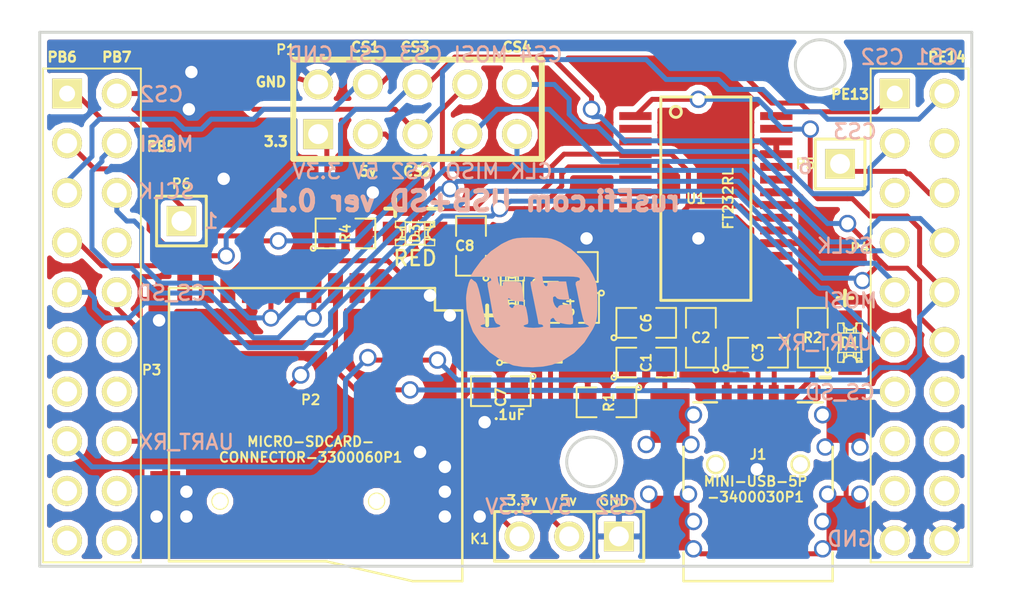
<source format=kicad_pcb>
(kicad_pcb (version 3) (host pcbnew "(2013-07-07 BZR 4022)-stable")
  (title_block (comment 2 Art_Electro) (comment 3 Art_Electro) (comment 4 Art_Electro))
  (layers (15 F.Cu signal) (0 B.Cu signal) (18 B.Paste user) (19 F.Paste user) (20 B.SilkS user) (21 F.SilkS user) (22 B.Mask user) (23 F.Mask user) (28 Edge.Cuts user))
  (net 0 "")
  (net 1 /3,3V)
  (net 2 /5V)
  (net 3 /CS1)
  (net 4 /CS2)
  (net 5 /CS3)
  (net 6 /CS4)
  (net 7 /CS_SD_MODULE)
  (net 8 /SPI_MISO)
  (net 9 /SPI_MOSI)
  (net 10 /SPI_SCK)
  (net 11 /USART_RX)
  (net 12 /USART_TX)
  (net 13 GND)
  (net 14 N-000001)
  (net 15 N-0000016)
  (net 16 N-000002)
  (net 17 N-000003)
  (net 18 N-0000033)
  (net 19 N-0000039)
  (net 20 N-0000048)
  (net 21 N-0000057)
  (net 22 N-0000058)
  (net 23 N-000007)
  (module MICRO-SDCARD-CONNECTOR-3300060P1 (layer F.Cu) (at 190.5 172.339 270)
    (fp_text reference P2 (at -1.778 0.254 360) (layer F.SilkS) (effects (font (size 0.50038 0.50038) (thickness 0.1016))))
    (fp_text value MICRO-SDCARD-CONNECTOR-3300060P1 hide)
    (pad 1 smd rect (at -7.493 -2.114 270) (size 1.524 0.762) (layers F.Cu F.Paste F.Mask))
    (pad 2 smd rect (at -7.493 -1.014 270) (size 1.524 0.762) (layers F.Cu F.Paste F.Mask) (net 7 /CS_SD_MODULE))
    (pad 3 smd rect (at -7.493 0.086 270) (size 1.524 0.762) (layers F.Cu F.Paste F.Mask) (net 9 /SPI_MOSI))
    (pad 4 smd rect (at -7.493 1.186 270) (size 1.524 0.762) (layers F.Cu F.Paste F.Mask) (net 1 /3,3V))
    (pad 5 smd rect (at -7.493 2.286 270) (size 1.524 0.762) (layers F.Cu F.Paste F.Mask) (net 10 /SPI_SCK))
    (pad 6 smd rect (at -7.493 3.386 270) (size 1.524 0.762) (layers F.Cu F.Paste F.Mask) (net 13 GND))
    (pad 7 smd rect (at -7.493 4.486 270) (size 1.524 0.762) (layers F.Cu F.Paste F.Mask) (net 8 /SPI_MISO))
    (pad 8 smd rect (at -7.493 5.586 270) (size 1.524 0.762) (layers F.Cu F.Paste F.Mask))
    (pad 9 smd rect (at -7.493 6.686 270) (size 1.524 0.762) (layers F.Cu F.Paste F.Mask))
    (pad G1 smd rect (at -6.893 8.032 270) (size 1.524 1.016) (layers F.Cu F.Paste F.Mask) (net 13 GND))
    (pad G2 smd rect (at 2.88 7.686 270) (size 2.032 1.524) (layers F.Cu F.Paste F.Mask) (net 13 GND))
    (pad G3 smd rect (at 2.88 -7.714 270) (size 2.032 1.524) (layers F.Cu F.Paste F.Mask) (net 13 GND))
    (pad G4 smd rect (at -7.101 -6.895 270) (size 1.524 1.524) (layers F.Cu F.Paste F.Mask) (net 13 GND))
    (pad "" np_thru_hole circle (at 3.407 4.886 270) (size 0.889 0.889) (drill 0.762) (layers *.Mask F.SilkS))
    (pad "" np_thru_hole circle (at 3.407 -3.114 270) (size 0.889 0.889) (drill 0.762) (layers *.Mask F.SilkS))
  )
  (module SM0805 (layer F.Cu) (at 207.391 168.656)
    (fp_text reference C1 (at 0 0 90) (layer F.SilkS) (effects (font (size 0.50038 0.50038) (thickness 0.1016))))
    (fp_text value 4700pF hide)
    (pad 1 smd rect (at -0.9525 0) (size 0.889 1.397) (layers F.Cu F.Paste F.Mask) (net 13 GND))
    (pad 2 smd rect (at 0.9525 0) (size 0.889 1.397) (layers F.Cu F.Paste F.Mask) (net 14 N-000001))
  )
  (module SM0805 (layer F.Cu) (at 210.185 167.386 90)
    (fp_text reference C2 (at 0 0 180) (layer F.SilkS) (effects (font (size 0.50038 0.50038) (thickness 0.1016))))
    (fp_text value 47pF hide)
    (pad 1 smd rect (at -0.9525 0 90) (size 0.889 1.397) (layers F.Cu F.Paste F.Mask) (net 13 GND))
    (pad 2 smd rect (at 0.9525 0 90) (size 0.889 1.397) (layers F.Cu F.Paste F.Mask) (net 21 N-0000057))
  )
  (module SM0805 (layer F.Cu) (at 213.106 168.148)
    (fp_text reference C3 (at 0 0 90) (layer F.SilkS) (effects (font (size 0.50038 0.50038) (thickness 0.1016))))
    (fp_text value 47pF hide)
    (pad 1 smd rect (at -0.9525 0) (size 0.889 1.397) (layers F.Cu F.Paste F.Mask) (net 13 GND))
    (pad 2 smd rect (at 0.9525 0) (size 0.889 1.397) (layers F.Cu F.Paste F.Mask) (net 17 N-000003))
  )
  (module SM0805 (layer F.Cu) (at 203.454 165.862 180)
    (fp_text reference C4 (at 0 0 270) (layer F.SilkS) (effects (font (size 0.50038 0.50038) (thickness 0.1016))))
    (fp_text value 4.7uF hide)
    (pad 1 smd rect (at -0.9525 0 180) (size 0.889 1.397) (layers F.Cu F.Paste F.Mask) (net 2 /5V))
    (pad 2 smd rect (at 0.9525 0 180) (size 0.889 1.397) (layers F.Cu F.Paste F.Mask) (net 13 GND))
  )
  (module SM0805 (layer F.Cu) (at 203.3905 163.7665)
    (fp_text reference C5 (at 0 0 90) (layer F.SilkS) (effects (font (size 0.50038 0.50038) (thickness 0.1016))))
    (fp_text value .1uF hide)
    (pad 1 smd rect (at -0.9525 0) (size 0.889 1.397) (layers F.Cu F.Paste F.Mask) (net 13 GND))
    (pad 2 smd rect (at 0.9525 0) (size 0.889 1.397) (layers F.Cu F.Paste F.Mask) (net 2 /5V))
  )
  (module SM0805 (layer F.Cu) (at 207.391 166.624)
    (fp_text reference C6 (at 0 0 90) (layer F.SilkS) (effects (font (size 0.50038 0.50038) (thickness 0.1016))))
    (fp_text value .1uF hide)
    (pad 1 smd rect (at -0.9525 0) (size 0.889 1.397) (layers F.Cu F.Paste F.Mask) (net 13 GND))
    (pad 2 smd rect (at 0.9525 0) (size 0.889 1.397) (layers F.Cu F.Paste F.Mask) (net 19 N-0000039))
  )
  (module LED-0805 (layer F.Cu) (at 217.805 167.64 270)
    (fp_text reference D1 (at 0 0 360) (layer F.SilkS) (effects (font (size 0.50038 0.50038) (thickness 0.1016))))
    (fp_text value GREEN hide)
    (pad 1 smd rect (at -1.04902 0 270) (size 1.19888 1.19888) (layers F.Cu F.Paste F.Mask) (net 23 N-000007))
    (pad 2 smd rect (at 1.04902 0 270) (size 1.19888 1.19888) (layers F.Cu F.Paste F.Mask) (net 13 GND))
  )
  (module LED-0805 (layer F.Cu) (at 200.533 164.973 90)
    (fp_text reference D2 (at 0 0 180) (layer F.SilkS) (effects (font (size 0.50038 0.50038) (thickness 0.1016))))
    (fp_text value RED hide)
    (pad 1 smd rect (at -1.04902 0 90) (size 1.19888 1.19888) (layers F.Cu F.Paste F.Mask) (net 20 N-0000048))
    (pad 2 smd rect (at 1.04902 0 90) (size 1.19888 1.19888) (layers F.Cu F.Paste F.Mask) (net 13 GND))
  )
  (module SM0805 (layer F.Cu) (at 205.359 170.688 180)
    (fp_text reference R1 (at -0.127 0 270) (layer F.SilkS) (effects (font (size 0.50038 0.50038) (thickness 0.1016))))
    (fp_text value 1M hide)
    (pad 1 smd rect (at -0.9525 0 180) (size 0.889 1.397) (layers F.Cu F.Paste F.Mask) (net 14 N-000001))
    (pad 2 smd rect (at 0.9525 0 180) (size 0.889 1.397) (layers F.Cu F.Paste F.Mask) (net 13 GND))
  )
  (module SM0805 (layer F.Cu) (at 215.9 167.386 90)
    (fp_text reference R2 (at 0 0 180) (layer F.SilkS) (effects (font (size 0.50038 0.50038) (thickness 0.1016))))
    (fp_text value 1k hide)
    (pad 1 smd rect (at -0.9525 0 90) (size 0.889 1.397) (layers F.Cu F.Paste F.Mask) (net 16 N-000002))
    (pad 2 smd rect (at 0.9525 0 90) (size 0.889 1.397) (layers F.Cu F.Paste F.Mask) (net 23 N-000007))
  )
  (module SM0805 (layer F.Cu) (at 201.549 167.894)
    (fp_text reference R3 (at 0 0 90) (layer F.SilkS) (effects (font (size 0.50038 0.50038) (thickness 0.1016))))
    (fp_text value 1k hide)
    (pad 1 smd rect (at -0.9525 0) (size 0.889 1.397) (layers F.Cu F.Paste F.Mask) (net 20 N-0000048))
    (pad 2 smd rect (at 0.9525 0) (size 0.889 1.397) (layers F.Cu F.Paste F.Mask) (net 2 /5V))
  )
  (module ssop-28 (layer F.Cu) (at 210.439 160.274 270)
    (fp_text reference U1 (at 0 0.508 360) (layer F.SilkS) (effects (font (size 0.50038 0.50038) (thickness 0.1016))))
    (fp_text value FT232RL (at 0 -1.143 270) (layer F.SilkS) (effects (font (size 0.50038 0.50038) (thickness 0.09906))))
    (pad 7 smd rect (at -0.32512 3.59918 270) (size 0.4064 1.651) (layers F.Cu F.Paste F.Mask) (net 13 GND))
    (pad 8 smd rect (at 0.32512 3.59918 270) (size 0.4064 1.651) (layers F.Cu F.Paste F.Mask))
    (pad 9 smd rect (at 0.97536 3.59918 270) (size 0.4064 1.651) (layers F.Cu F.Paste F.Mask))
    (pad 10 smd rect (at 1.6256 3.59918 270) (size 0.4064 1.651) (layers F.Cu F.Paste F.Mask))
    (pad 25 smd rect (at -2.27584 -3.59918 270) (size 0.4064 1.651) (layers F.Cu F.Paste F.Mask) (net 13 GND))
    (pad 4 smd rect (at -2.27584 3.59918 270) (size 0.4064 1.651) (layers F.Cu F.Paste F.Mask) (net 2 /5V))
    (pad 5 smd rect (at -1.6256 3.59918 270) (size 0.4064 1.651) (layers F.Cu F.Paste F.Mask) (net 11 /USART_RX))
    (pad 6 smd rect (at -0.97536 3.59918 270) (size 0.4064 1.651) (layers F.Cu F.Paste F.Mask))
    (pad 18 smd rect (at 2.27584 -3.59918 270) (size 0.4064 1.651) (layers F.Cu F.Paste F.Mask) (net 13 GND))
    (pad 19 smd rect (at 1.6256 -3.59918 270) (size 0.4064 1.651) (layers F.Cu F.Paste F.Mask))
    (pad 20 smd rect (at 0.97536 -3.59918 270) (size 0.4064 1.651) (layers F.Cu F.Paste F.Mask) (net 2 /5V))
    (pad 21 smd rect (at 0.32512 -3.59918 270) (size 0.4064 1.651) (layers F.Cu F.Paste F.Mask) (net 13 GND))
    (pad 22 smd rect (at -0.32512 -3.59918 270) (size 0.4064 1.651) (layers F.Cu F.Paste F.Mask))
    (pad 23 smd rect (at -0.97536 -3.59918 270) (size 0.4064 1.651) (layers F.Cu F.Paste F.Mask))
    (pad 11 smd rect (at 2.27584 3.59918 270) (size 0.4064 1.651) (layers F.Cu F.Paste F.Mask))
    (pad 24 smd rect (at -1.6256 -3.59918 270) (size 0.4064 1.651) (layers F.Cu F.Paste F.Mask))
    (pad 26 smd rect (at -2.92608 -3.59918 270) (size 0.4064 1.651) (layers F.Cu F.Paste F.Mask) (net 13 GND))
    (pad 27 smd rect (at -3.57378 -3.59918 270) (size 0.4064 1.651) (layers F.Cu F.Paste F.Mask))
    (pad 28 smd rect (at -4.22402 -3.59918 270) (size 0.4064 1.651) (layers F.Cu F.Paste F.Mask))
    (pad 1 smd rect (at -4.22402 3.59918 270) (size 0.4064 1.651) (layers F.Cu F.Paste F.Mask) (net 12 /USART_TX))
    (pad 2 smd rect (at -3.57378 3.59918 270) (size 0.4064 1.651) (layers F.Cu F.Paste F.Mask))
    (pad 3 smd rect (at -2.92608 3.59918 270) (size 0.4064 1.651) (layers F.Cu F.Paste F.Mask))
    (pad 12 smd rect (at 2.92608 3.59918 270) (size 0.4064 1.651) (layers F.Cu F.Paste F.Mask))
    (pad 13 smd rect (at 3.57378 3.59918 270) (size 0.4064 1.651) (layers F.Cu F.Paste F.Mask))
    (pad 14 smd rect (at 4.22402 3.59918 270) (size 0.4064 1.651) (layers F.Cu F.Paste F.Mask))
    (pad 15 smd rect (at 4.22402 -3.59918 270) (size 0.4064 1.651) (layers F.Cu F.Paste F.Mask) (net 17 N-000003))
    (pad 16 smd rect (at 3.57378 -3.59918 270) (size 0.4064 1.651) (layers F.Cu F.Paste F.Mask) (net 21 N-0000057))
    (pad 17 smd rect (at 2.92608 -3.59918 270) (size 0.4064 1.651) (layers F.Cu F.Paste F.Mask) (net 19 N-0000039))
  )
  (module LED-0805 (layer F.Cu) (at 195.58 162.052)
    (fp_text reference D3 (at 0 0 90) (layer F.SilkS) (effects (font (size 0.50038 0.50038) (thickness 0.1016))))
    (fp_text value RED (at 0 1.27) (layer F.SilkS) (effects (font (size 0.762 0.762) (thickness 0.127))))
    (pad 1 smd rect (at -1.04902 0) (size 1.19888 1.19888) (layers F.Cu F.Paste F.Mask) (net 22 N-0000058))
    (pad 2 smd rect (at 1.04902 0) (size 1.19888 1.19888) (layers F.Cu F.Paste F.Mask) (net 13 GND))
  )
  (module SM0805 (layer F.Cu) (at 192.024 162.052)
    (fp_text reference R4 (at 0 0 90) (layer F.SilkS) (effects (font (size 0.50038 0.50038) (thickness 0.1016))))
    (fp_text value 1k hide)
    (pad 1 smd rect (at -0.9525 0) (size 0.889 1.397) (layers F.Cu F.Paste F.Mask) (net 1 /3,3V))
    (pad 2 smd rect (at 0.9525 0) (size 0.889 1.397) (layers F.Cu F.Paste F.Mask) (net 22 N-0000058))
  )
  (module PIN_ARRAY_3_A (layer F.Cu) (at 203.454 177.546 180)
    (fp_text reference K1 (at 4.572 -0.127 180) (layer F.SilkS) (effects (font (size 0.50038 0.50038) (thickness 0.1016))))
    (fp_text value CONN_3 hide)
    (pad 1 thru_hole rect (at -2.54 0 180) (size 1.524 1.524) (drill 1.016) (layers *.Cu *.Mask F.SilkS) (net 13 GND))
    (pad 2 thru_hole circle (at 0 0 180) (size 1.524 1.524) (drill 1.016) (layers *.Cu *.Mask F.SilkS) (net 2 /5V))
    (pad 3 thru_hole circle (at 2.54 0 180) (size 1.524 1.524) (drill 1.016) (layers *.Cu *.Mask F.SilkS) (net 1 /3,3V))
  )
  (module PIN_ARRAY_10X2 (layer F.Cu) (at 179.07 166.37 270)
    (fp_text reference P3 (at 2.667 -3.048 360) (layer F.SilkS) (effects (font (size 0.50038 0.50038) (thickness 0.1016))))
    (fp_text value CONN_10X2 hide)
    (pad 1 thru_hole rect (at -11.47064 1.27 270) (size 1.524 1.524) (drill 0.8128) (layers *.Cu *.Mask F.SilkS) (net 18 N-0000033))
    (pad 2 thru_hole circle (at -11.47064 -1.27 270) (size 1.524 1.524) (drill 1.016) (layers *.Cu *.Mask F.SilkS) (net 4 /CS2))
    (pad 3 thru_hole circle (at -8.93064 1.27 270) (size 1.524 1.524) (drill 1.016) (layers *.Cu *.Mask F.SilkS) (net 8 /SPI_MISO))
    (pad 4 thru_hole circle (at -8.93064 -1.27 270) (size 1.524 1.524) (drill 1.016) (layers *.Cu *.Mask F.SilkS) (net 9 /SPI_MOSI))
    (pad 5 thru_hole circle (at -6.39064 1.27 270) (size 1.524 1.524) (drill 1.016) (layers *.Cu *.Mask F.SilkS) (net 3 /CS1))
    (pad 6 thru_hole circle (at -6.39064 -1.27 270) (size 1.524 1.524) (drill 1.016) (layers *.Cu *.Mask F.SilkS) (net 10 /SPI_SCK))
    (pad 7 thru_hole circle (at -3.85064 1.27 270) (size 1.524 1.524) (drill 1.016) (layers *.Cu *.Mask F.SilkS) (net 5 /CS3))
    (pad 8 thru_hole circle (at -3.85064 -1.27 270) (size 1.524 1.524) (drill 1.016) (layers *.Cu *.Mask F.SilkS))
    (pad 9 thru_hole circle (at -1.31064 1.27 270) (size 1.524 1.524) (drill 1.016) (layers *.Cu *.Mask F.SilkS) (net 6 /CS4))
    (pad 10 thru_hole circle (at -1.31064 -1.27 270) (size 1.524 1.524) (drill 1.016) (layers *.Cu *.Mask F.SilkS) (net 7 /CS_SD_MODULE))
    (pad 11 thru_hole circle (at 1.22936 1.27 270) (size 1.524 1.524) (drill 1.016) (layers *.Cu *.Mask F.SilkS))
    (pad 12 thru_hole circle (at 1.22936 -1.27 270) (size 1.524 1.524) (drill 1.016) (layers *.Cu *.Mask F.SilkS))
    (pad 13 thru_hole circle (at 3.76936 1.27 270) (size 1.524 1.524) (drill 1.016) (layers *.Cu *.Mask F.SilkS))
    (pad 14 thru_hole circle (at 3.76936 -1.27 270) (size 1.524 1.524) (drill 1.016) (layers *.Cu *.Mask F.SilkS))
    (pad 15 thru_hole circle (at 6.30936 1.27 270) (size 1.524 1.524) (drill 1.016) (layers *.Cu *.Mask F.SilkS) (net 12 /USART_TX))
    (pad 16 thru_hole circle (at 6.30936 -1.27 270) (size 1.524 1.524) (drill 1.016) (layers *.Cu *.Mask F.SilkS) (net 11 /USART_RX))
    (pad 17 thru_hole circle (at 8.84936 1.27 270) (size 1.524 1.524) (drill 1.016) (layers *.Cu *.Mask F.SilkS))
    (pad 18 thru_hole circle (at 8.84936 -1.27 270) (size 1.524 1.524) (drill 1.016) (layers *.Cu *.Mask F.SilkS))
    (pad 19 thru_hole circle (at 11.38936 1.27 270) (size 1.524 1.524) (drill 1.016) (layers *.Cu *.Mask F.SilkS))
    (pad 20 thru_hole circle (at 11.38936 -1.27 270) (size 1.524 1.524) (drill 1.016) (layers *.Cu *.Mask F.SilkS))
  )
  (module PIN_ARRAY_10X2 (layer F.Cu) (at 221.361 166.37 270)
    (fp_text reference P4 (at -3.556 3.048 360) (layer F.SilkS) (effects (font (size 0.50038 0.50038) (thickness 0.1016))))
    (fp_text value CONN_10X2 hide)
    (pad 1 thru_hole rect (at -11.47064 1.27 270) (size 1.524 1.524) (drill 0.8128) (layers *.Cu *.Mask F.SilkS) (net 3 /CS1))
    (pad 2 thru_hole circle (at -11.47064 -1.27 270) (size 1.524 1.524) (drill 1.016) (layers *.Cu *.Mask F.SilkS) (net 4 /CS2))
    (pad 3 thru_hole circle (at -8.93064 1.27 270) (size 1.524 1.524) (drill 1.016) (layers *.Cu *.Mask F.SilkS) (net 5 /CS3))
    (pad 4 thru_hole circle (at -8.93064 -1.27 270) (size 1.524 1.524) (drill 1.016) (layers *.Cu *.Mask F.SilkS))
    (pad 5 thru_hole circle (at -6.39064 1.27 270) (size 1.524 1.524) (drill 1.016) (layers *.Cu *.Mask F.SilkS))
    (pad 6 thru_hole circle (at -6.39064 -1.27 270) (size 1.524 1.524) (drill 1.016) (layers *.Cu *.Mask F.SilkS) (net 15 N-0000016))
    (pad 7 thru_hole circle (at -3.85064 1.27 270) (size 1.524 1.524) (drill 1.016) (layers *.Cu *.Mask F.SilkS) (net 10 /SPI_SCK))
    (pad 8 thru_hole circle (at -3.85064 -1.27 270) (size 1.524 1.524) (drill 1.016) (layers *.Cu *.Mask F.SilkS) (net 8 /SPI_MISO))
    (pad 9 thru_hole circle (at -1.31064 1.27 270) (size 1.524 1.524) (drill 1.016) (layers *.Cu *.Mask F.SilkS) (net 9 /SPI_MOSI))
    (pad 10 thru_hole circle (at -1.31064 -1.27 270) (size 1.524 1.524) (drill 1.016) (layers *.Cu *.Mask F.SilkS) (net 12 /USART_TX))
    (pad 11 thru_hole circle (at 1.22936 1.27 270) (size 1.524 1.524) (drill 1.016) (layers *.Cu *.Mask F.SilkS) (net 11 /USART_RX))
    (pad 12 thru_hole circle (at 1.22936 -1.27 270) (size 1.524 1.524) (drill 1.016) (layers *.Cu *.Mask F.SilkS) (net 6 /CS4))
    (pad 13 thru_hole circle (at 3.76936 1.27 270) (size 1.524 1.524) (drill 1.016) (layers *.Cu *.Mask F.SilkS) (net 7 /CS_SD_MODULE))
    (pad 14 thru_hole circle (at 3.76936 -1.27 270) (size 1.524 1.524) (drill 1.016) (layers *.Cu *.Mask F.SilkS))
    (pad 15 thru_hole circle (at 6.30936 1.27 270) (size 1.524 1.524) (drill 1.016) (layers *.Cu *.Mask F.SilkS))
    (pad 16 thru_hole circle (at 6.30936 -1.27 270) (size 1.524 1.524) (drill 1.016) (layers *.Cu *.Mask F.SilkS))
    (pad 17 thru_hole circle (at 8.84936 1.27 270) (size 1.524 1.524) (drill 1.016) (layers *.Cu *.Mask F.SilkS))
    (pad 18 thru_hole circle (at 8.84936 -1.27 270) (size 1.524 1.524) (drill 1.016) (layers *.Cu *.Mask F.SilkS))
    (pad 19 thru_hole circle (at 11.38936 1.27 270) (size 1.524 1.524) (drill 1.016) (layers *.Cu *.Mask F.SilkS) (net 13 GND))
    (pad 20 thru_hole circle (at 11.38936 -1.27 270) (size 1.524 1.524) (drill 1.016) (layers *.Cu *.Mask F.SilkS) (net 13 GND))
  )
  (module MINI-USB-5P-3400020P1 (layer F.Cu) (at 213.106 175.26)
    (fp_text reference J1 (at 0 -1.905) (layer F.SilkS) (effects (font (size 0.50038 0.50038) (thickness 0.1016))))
    (fp_text value MINI-USB-5P-3400020P1 hide)
    (pad 5 smd rect (at -1.6 -4.191) (size 0.508 2.54) (layers F.Cu F.Paste F.Mask) (net 13 GND))
    (pad 4 smd rect (at -0.8 -4.191) (size 0.508 2.54) (layers F.Cu F.Paste F.Mask))
    (pad 3 smd rect (at 0 -4.191) (size 0.508 2.54) (layers F.Cu F.Paste F.Mask) (net 21 N-0000057))
    (pad 2 smd rect (at 0.8 -4.191) (size 0.508 2.54) (layers F.Cu F.Paste F.Mask) (net 17 N-000003))
    (pad 1 smd rect (at 1.6 -4.191) (size 0.508 2.54) (layers F.Cu F.Paste F.Mask) (net 16 N-000002))
    (pad 6 smd rect (at -4.5 1.603 90) (size 2.794 2) (layers F.Cu F.Paste F.Mask) (net 14 N-000001))
    (pad 6 smd rect (at 4.5 1.603 90) (size 2.794 2) (layers F.Cu F.Paste F.Mask) (net 14 N-000001))
    (pad 6 smd rect (at -4.5 -3.897 90) (size 2.794 2) (layers F.Cu F.Paste F.Mask) (net 14 N-000001))
    (pad 6 smd rect (at 4.5 -3.897 90) (size 2.794 2) (layers F.Cu F.Paste F.Mask) (net 14 N-000001))
    (pad "" np_thru_hole circle (at -2.159 -1.397 90) (size 1.016 1.016) (drill 0.762) (layers *.Mask F.SilkS))
    (pad "" np_thru_hole circle (at 2.159 -1.397 90) (size 1.016 1.016) (drill 0.762) (layers *.Mask F.SilkS))
  )
  (module PIN_ARRAY_1 (layer F.Cu) (at 217.297 158.496)
    (fp_text reference P5 (at -1.778 0) (layer F.SilkS) (effects (font (size 0.50038 0.50038) (thickness 0.1016))))
    (fp_text value CONN_1 hide)
    (pad 1 thru_hole rect (at 0 0) (size 1.524 1.524) (drill 1.016) (layers *.Cu *.Mask F.SilkS) (net 15 N-0000016))
  )
  (module PIN_ARRAY_5x2 (layer F.Cu) (at 195.707 155.702)
    (fp_text reference P1 (at -6.731 -3.048) (layer F.SilkS) (effects (font (size 0.50038 0.50038) (thickness 0.1016))))
    (fp_text value CONN_5X2 hide)
    (pad 1 thru_hole rect (at -5.08 1.27) (size 1.524 1.524) (drill 1.016) (layers *.Cu *.Mask F.SilkS) (net 1 /3,3V))
    (pad 2 thru_hole circle (at -5.08 -1.27) (size 1.524 1.524) (drill 1.016) (layers *.Cu *.Mask F.SilkS) (net 13 GND))
    (pad 3 thru_hole circle (at -2.54 1.27) (size 1.524 1.524) (drill 1.016) (layers *.Cu *.Mask F.SilkS) (net 2 /5V))
    (pad 4 thru_hole circle (at -2.54 -1.27) (size 1.524 1.524) (drill 1.016) (layers *.Cu *.Mask F.SilkS) (net 3 /CS1))
    (pad 5 thru_hole circle (at 0 1.27) (size 1.524 1.524) (drill 1.016) (layers *.Cu *.Mask F.SilkS) (net 4 /CS2))
    (pad 6 thru_hole circle (at 0 -1.27) (size 1.524 1.524) (drill 1.016) (layers *.Cu *.Mask F.SilkS) (net 5 /CS3))
    (pad 7 thru_hole circle (at 2.54 1.27) (size 1.524 1.524) (drill 1.016) (layers *.Cu *.Mask F.SilkS) (net 8 /SPI_MISO))
    (pad 8 thru_hole circle (at 2.54 -1.27) (size 1.524 1.524) (drill 1.016) (layers *.Cu *.Mask F.SilkS) (net 9 /SPI_MOSI))
    (pad 9 thru_hole circle (at 5.08 1.27) (size 1.524 1.524) (drill 1.016) (layers *.Cu *.Mask F.SilkS) (net 10 /SPI_SCK))
    (pad 10 thru_hole circle (at 5.08 -1.27) (size 1.524 1.524) (drill 1.016) (layers *.Cu *.Mask F.SilkS) (net 6 /CS4))
  )
  (module PIN_ARRAY_1 (layer F.Cu) (at 183.642 161.417)
    (fp_text reference P6 (at 0 -1.905) (layer F.SilkS) (effects (font (size 0.50038 0.50038) (thickness 0.1016))))
    (fp_text value CONN_1 hide)
    (pad 1 thru_hole rect (at 0 0) (size 1.524 1.524) (drill 1.016) (layers *.Cu *.Mask F.SilkS) (net 18 N-0000033))
  )
  (module LOGO_F (layer B.Cu) (at 201.549 165.608)
    (fp_text reference G1 hide)
    (fp_text value LOGO hide)
  )
  (module SM0805 (layer F.Cu) (at 199.9615 170.1165 180)
    (fp_text reference C7 (at 0 -0.3175 270) (layer F.SilkS) (effects (font (size 0.50038 0.50038) (thickness 0.10922))))
    (fp_text value .1uF (at -0.4445 -1.2065 180) (layer F.SilkS) (effects (font (size 0.50038 0.50038) (thickness 0.10922))))
    (pad 1 smd rect (at -0.9525 0 180) (size 0.889 1.397) (layers F.Cu F.Paste F.Mask) (net 13 GND))
    (pad 2 smd rect (at 0.9525 0 180) (size 0.889 1.397) (layers F.Cu F.Paste F.Mask) (net 1 /3,3V))
  )
  (module SM0805 (layer F.Cu) (at 198.4375 162.687 90)
    (fp_text reference C8 (at 0 -0.3175 180) (layer F.SilkS) (effects (font (size 0.50038 0.50038) (thickness 0.10922))))
    (fp_text value 4.7uF hide)
    (pad 1 smd rect (at -0.9525 0 90) (size 0.889 1.397) (layers F.Cu F.Paste F.Mask) (net 1 /3,3V))
    (pad 2 smd rect (at 0.9525 0 90) (size 0.889 1.397) (layers F.Cu F.Paste F.Mask) (net 13 GND))
  )
  (gr_text 6 (at 215.519 158.623) (layer B.SilkS) (effects (font (size 0.762 0.762) (thickness 0.127)) (justify mirror)))
  (gr_text 1 (at 185.166 161.417) (layer B.SilkS) (effects (font (size 0.762 0.762) (thickness 0.127)) (justify mirror)))
  (gr_text "CLK MISO CS2 5V 3.3V" (at 195.961 158.877) (layer B.SilkS) (effects (font (size 0.762 0.762) (thickness 0.127)) (justify mirror)))
  (gr_text "CS4 MOSI CS3 CS1 GND" (at 196.088 152.908) (layer B.SilkS) (effects (font (size 0.762 0.762) (thickness 0.127)) (justify mirror)))
  (gr_text "CS2  5V 3.3V" (at 203.073 176.022) (layer B.SilkS) (effects (font (size 0.762 0.762) (thickness 0.127)) (justify mirror)))
  (gr_text MOSI (at 182.88 157.48) (layer B.SilkS) (effects (font (size 0.762 0.762) (thickness 0.127)) (justify mirror)))
  (gr_text UART_RX (at 183.896 172.72) (layer B.SilkS) (effects (font (size 0.762 0.762) (thickness 0.127)) (justify mirror)))
  (gr_text CS_SD (at 183.134 165.1) (layer B.SilkS) (effects (font (size 0.762 0.762) (thickness 0.127)) (justify mirror)))
  (gr_text SCLK (at 182.88 159.893) (layer B.SilkS) (effects (font (size 0.762 0.762) (thickness 0.127)) (justify mirror)))
  (gr_text GND (at 217.805 177.673) (layer B.SilkS) (effects (font (size 0.762 0.762) (thickness 0.127)) (justify mirror)))
  (gr_text CS_SD (at 217.297 170.18) (layer B.SilkS) (effects (font (size 0.762 0.762) (thickness 0.127)) (justify mirror)))
  (gr_text UART_RX (at 216.535 167.64) (layer B.SilkS) (effects (font (size 0.762 0.762) (thickness 0.127)) (justify mirror)))
  (gr_text CS2 (at 182.626 154.94) (layer B.SilkS) (effects (font (size 0.762 0.762) (thickness 0.127)) (justify mirror)))
  (gr_text MOSI (at 217.805 165.481) (layer B.SilkS) (effects (font (size 0.762 0.762) (thickness 0.127)) (justify mirror)))
  (gr_text SCLK (at 217.551 162.687) (layer B.SilkS) (effects (font (size 0.762 0.762) (thickness 0.127)) (justify mirror)))
  (gr_text CS3 (at 218.059 156.845) (layer B.SilkS) (effects (font (size 0.762 0.762) (thickness 0.127)) (justify mirror)))
  (gr_text "CS1 CS2" (at 220.853 153.035) (layer B.SilkS) (effects (font (size 0.762 0.762) (thickness 0.127)) (justify mirror)))
  (gr_line (start 194.945 160.782) (end 195.072 160.782) (angle 90) (layer F.SilkS) (width 0.2))
  (gr_line (start 194.564 161.163) (end 194.564 160.274) (angle 90) (layer F.SilkS) (width 0.2))
  (gr_line (start 194.056 160.782) (end 194.945 160.782) (angle 90) (layer F.SilkS) (width 0.2))
  (gr_line (start 196.215 160.782) (end 196.977 160.782) (angle 90) (layer F.SilkS) (width 0.2))
  (gr_line (start 199.263 165.735) (end 199.263 166.751) (angle 90) (layer F.SilkS) (width 0.2))
  (gr_line (start 198.882 166.243) (end 199.644 166.243) (angle 90) (layer F.SilkS) (width 0.2))
  (gr_line (start 200.152 162.814) (end 200.787 162.814) (angle 90) (layer F.SilkS) (width 0.2))
  (gr_line (start 216.789 169.418) (end 216.281 169.418) (angle 90) (layer F.SilkS) (width 0.2))
  (gr_line (start 217.551 165.735) (end 217.551 164.973) (angle 90) (layer F.SilkS) (width 0.2))
  (gr_line (start 217.17 165.354) (end 217.932 165.354) (angle 90) (layer F.SilkS) (width 0.2))
  (gr_text PB5 (at 182.626 157.607) (layer F.SilkS) (effects (font (size 0.50038 0.50038) (thickness 0.125095))))
  (gr_text CS2 (at 195.707 158.877) (layer F.SilkS) (effects (font (size 0.50038 0.50038) (thickness 0.125095))))
  (gr_text CS4 (at 200.787 152.527) (layer F.SilkS) (effects (font (size 0.50038 0.50038) (thickness 0.125095))))
  (gr_text CS3 (at 195.58 152.527) (layer F.SilkS) (effects (font (size 0.50038 0.50038) (thickness 0.125095))))
  (gr_text CS1 (at 193.04 152.527) (layer F.SilkS) (effects (font (size 0.50038 0.50038) (thickness 0.125095))))
  (gr_text 5v (at 193.167 158.877) (layer F.SilkS) (effects (font (size 0.50038 0.50038) (thickness 0.125095))))
  (gr_text 3.3 (at 188.468 157.353) (layer F.SilkS) (effects (font (size 0.50038 0.50038) (thickness 0.125095))))
  (gr_text PB7 (at 180.34 153.035) (layer F.SilkS) (effects (font (size 0.50038 0.50038) (thickness 0.125095))))
  (gr_text PB6 (at 177.546 153.035) (layer F.SilkS) (effects (font (size 0.50038 0.50038) (thickness 0.125095))))
  (gr_text GND (at 188.214 154.305) (layer F.SilkS) (effects (font (size 0.50038 0.50038) (thickness 0.125095))))
  (gr_text PE14 (at 222.758 153.035) (layer F.SilkS) (effects (font (size 0.50038 0.50038) (thickness 0.125095))))
  (gr_text PE13 (at 217.805 154.94) (layer F.SilkS) (effects (font (size 0.50038 0.50038) (thickness 0.125095))))
  (gr_text "3.3v   5v   GND" (at 203.3905 175.7045) (layer F.SilkS) (effects (font (size 0.50038 0.50038) (thickness 0.1016))))
  (gr_text "rusEfi.com USB+SD ver 0.1" (at 198.628 160.401) (layer B.SilkS) (effects (font (size 1 1) (thickness 0.25)) (justify mirror)))
  (gr_text "MINI-USB-5P\n-3400030P1" (at 212.979 175.133) (layer F.SilkS) (effects (font (size 0.50038 0.50038) (thickness 0.1016))))
  (gr_text "MICRO-SDCARD-\nCONNECTOR-3300060P1" (at 190.246 173.101) (layer F.SilkS) (effects (font (size 0.50038 0.50038) (thickness 0.1016))))
  (gr_line (start 224.028 179.07) (end 224.028 151.765) (angle 90) (layer Edge.Cuts) (width 0.15))
  (gr_line (start 224.028 151.765) (end 176.403 151.765) (angle 90) (layer Edge.Cuts) (width 0.15))
  (gr_line (start 176.403 179.07) (end 224.028 179.07) (angle 90) (layer Edge.Cuts) (width 0.15))
  (gr_line (start 176.403 151.765) (end 176.403 179.07) (angle 90) (layer Edge.Cuts) (width 0.15))
  (gr_circle (center 204.597 173.736) (end 205.867 173.736) (layer Edge.Cuts) (width 0.15))
  (gr_circle (center 216.281 153.416) (end 217.551 153.416) (layer Edge.Cuts) (width 0.15))
  (segment (start 198.12 172.466) (end 198.12 173.482) (width 0.254) (layer F.Cu) (net 1))
  (segment (start 198.12 170.3705) (end 198.12 172.466) (width 0.254) (layer F.Cu) (net 1))
  (segment (start 199.644 176.276) (end 200.914 177.546) (width 0.254) (layer F.Cu) (net 1))
  (segment (start 199.644 174.1805) (end 199.644 176.276) (width 0.254) (layer F.Cu) (net 1))
  (segment (start 199.1995 173.736) (end 199.644 174.1805) (width 0.254) (layer F.Cu) (net 1))
  (segment (start 198.374 173.736) (end 199.1995 173.736) (width 0.254) (layer F.Cu) (net 1))
  (segment (start 198.12 173.482) (end 198.374 173.736) (width 0.254) (layer F.Cu) (net 1))
  (segment (start 198.4375 163.6395) (end 195.326 163.6395) (width 0.254) (layer F.Cu) (net 1))
  (segment (start 195.326 163.6395) (end 194.84975 164.11575) (width 0.254) (layer F.Cu) (net 1))
  (segment (start 199.009 170.1165) (end 198.374 170.1165) (width 0.254) (layer F.Cu) (net 1))
  (segment (start 198.374 170.1165) (end 198.12 170.3705) (width 0.254) (layer F.Cu) (net 1))
  (segment (start 191.0715 162.052) (end 191.0715 157.4165) (width 0.254) (layer F.Cu) (net 1))
  (segment (start 191.0715 157.4165) (end 190.627 156.972) (width 0.254) (layer F.Cu) (net 1))
  (segment (start 191.0715 162.052) (end 191.0715 163.449) (width 0.254) (layer F.Cu) (net 1))
  (segment (start 191.0715 163.449) (end 191.135 163.449) (width 0.254) (layer F.Cu) (net 1))
  (segment (start 190.5635 163.449) (end 189.865 163.449) (width 0.254) (layer F.Cu) (net 1))
  (segment (start 190.627 163.449) (end 191.135 163.449) (width 0.254) (layer F.Cu) (net 1))
  (segment (start 190.5635 163.449) (end 190.627 163.449) (width 0.254) (layer F.Cu) (net 1))
  (segment (start 189.865 163.449) (end 189.314 164) (width 0.254) (layer F.Cu) (net 1))
  (segment (start 189.314 164) (end 189.314 164.846) (width 0.254) (layer F.Cu) (net 1))
  (segment (start 195.453 164.719) (end 195.453 165.862) (width 0.254) (layer F.Cu) (net 1))
  (segment (start 195.453 165.862) (end 196.977 167.386) (width 0.254) (layer F.Cu) (net 1))
  (segment (start 196.977 167.386) (end 198.12 168.529) (width 0.254) (layer F.Cu) (net 1))
  (segment (start 198.12 168.529) (end 198.12 170.3705) (width 0.254) (layer F.Cu) (net 1))
  (segment (start 191.135 163.449) (end 194.183 163.449) (width 0.254) (layer F.Cu) (net 1))
  (segment (start 194.183 163.449) (end 194.84975 164.11575) (width 0.254) (layer F.Cu) (net 1))
  (segment (start 194.84975 164.11575) (end 195.453 164.719) (width 0.254) (layer F.Cu) (net 1))
  (segment (start 202.5015 167.894) (end 202.5015 171.7675) (width 0.254) (layer F.Cu) (net 2))
  (segment (start 201.549 175.641) (end 203.454 177.546) (width 0.254) (layer F.Cu) (net 2))
  (segment (start 201.549 172.72) (end 201.549 175.641) (width 0.254) (layer F.Cu) (net 2))
  (segment (start 202.5015 171.7675) (end 201.549 172.72) (width 0.254) (layer F.Cu) (net 2))
  (segment (start 204.4065 165.862) (end 204.4065 163.83) (width 0.254) (layer F.Cu) (net 2))
  (segment (start 204.4065 163.83) (end 204.343 163.7665) (width 0.254) (layer F.Cu) (net 2))
  (segment (start 193.167 156.972) (end 194.056 156.972) (width 0.254) (layer F.Cu) (net 2))
  (segment (start 202.565 159.385) (end 202.565 158.623) (width 0.254) (layer F.Cu) (net 2))
  (segment (start 202.565 158.623) (end 203.18984 157.99816) (width 0.254) (layer F.Cu) (net 2))
  (segment (start 203.18984 157.99816) (end 206.83982 157.99816) (width 0.254) (layer F.Cu) (net 2))
  (segment (start 198.12 160.782) (end 197.739 160.782) (width 0.254) (layer F.Cu) (net 2))
  (segment (start 198.628 160.782) (end 198.12 160.782) (width 0.254) (layer F.Cu) (net 2))
  (segment (start 202.057 159.893) (end 202.565 159.385) (width 0.254) (layer F.Cu) (net 2))
  (segment (start 199.517 159.893) (end 198.628 160.782) (width 0.254) (layer F.Cu) (net 2))
  (segment (start 200.787 159.893) (end 199.517 159.893) (width 0.254) (layer F.Cu) (net 2))
  (segment (start 200.787 159.893) (end 202.057 159.893) (width 0.254) (layer F.Cu) (net 2))
  (segment (start 196.977 160.782) (end 197.739 160.782) (width 0.254) (layer F.Cu) (net 2))
  (segment (start 196.469 160.274) (end 196.977 160.782) (width 0.254) (layer F.Cu) (net 2))
  (segment (start 196.469 158.877) (end 196.469 160.274) (width 0.254) (layer F.Cu) (net 2))
  (segment (start 195.961 158.369) (end 196.469 158.877) (width 0.254) (layer F.Cu) (net 2))
  (segment (start 194.945 158.369) (end 195.961 158.369) (width 0.254) (layer F.Cu) (net 2))
  (segment (start 194.564 157.988) (end 194.945 158.369) (width 0.254) (layer F.Cu) (net 2))
  (segment (start 194.564 157.48) (end 194.564 157.988) (width 0.254) (layer F.Cu) (net 2))
  (segment (start 194.056 156.972) (end 194.564 157.48) (width 0.254) (layer F.Cu) (net 2))
  (segment (start 209.55 160.655) (end 212.217 160.655) (width 0.254) (layer F.Cu) (net 2))
  (segment (start 213.99754 161.29) (end 214.03818 161.24936) (width 0.254) (layer F.Cu) (net 2))
  (segment (start 212.852 161.29) (end 213.99754 161.29) (width 0.254) (layer F.Cu) (net 2))
  (segment (start 212.598 161.036) (end 212.852 161.29) (width 0.254) (layer F.Cu) (net 2))
  (segment (start 212.217 160.655) (end 212.598 161.036) (width 0.254) (layer F.Cu) (net 2))
  (segment (start 209.55 159.258) (end 209.55 158.877) (width 0.254) (layer F.Cu) (net 2))
  (segment (start 209.55 160.655) (end 209.55 159.258) (width 0.254) (layer F.Cu) (net 2))
  (segment (start 208.67116 157.99816) (end 206.83982 157.99816) (width 0.254) (layer F.Cu) (net 2))
  (segment (start 209.55 158.877) (end 208.67116 157.99816) (width 0.254) (layer F.Cu) (net 2))
  (segment (start 208.534 163.957) (end 208.534 164.592) (width 0.254) (layer F.Cu) (net 2))
  (segment (start 208.534 162.179) (end 208.534 163.957) (width 0.254) (layer F.Cu) (net 2))
  (segment (start 205.0415 165.227) (end 204.4065 165.862) (width 0.254) (layer F.Cu) (net 2))
  (segment (start 207.899 165.227) (end 205.0415 165.227) (width 0.254) (layer F.Cu) (net 2))
  (segment (start 208.534 164.592) (end 207.899 165.227) (width 0.254) (layer F.Cu) (net 2))
  (segment (start 202.5015 167.894) (end 203.454 167.894) (width 0.254) (layer F.Cu) (net 2))
  (segment (start 204.4065 166.9415) (end 204.4065 165.862) (width 0.254) (layer F.Cu) (net 2))
  (segment (start 203.454 167.894) (end 204.4065 166.9415) (width 0.254) (layer F.Cu) (net 2))
  (segment (start 208.534 162.052) (end 208.534 161.671) (width 0.254) (layer F.Cu) (net 2))
  (segment (start 208.534 161.671) (end 209.55 160.655) (width 0.254) (layer F.Cu) (net 2))
  (segment (start 209.55 160.655) (end 209.59064 160.61436) (width 0.254) (layer F.Cu) (net 2))
  (segment (start 209.50936 160.61436) (end 209.59064 160.61436) (width 0.254) (layer F.Cu) (net 2))
  (segment (start 203.1365 152.527) (end 210.947 152.527) (width 0.254) (layer F.Cu) (net 3))
  (segment (start 212.1535 153.7335) (end 213.8045 155.3845) (width 0.254) (layer F.Cu) (net 3))
  (segment (start 213.8045 155.3845) (end 215.265 155.3845) (width 0.254) (layer F.Cu) (net 3))
  (segment (start 215.265 155.3845) (end 215.7095 155.829) (width 0.254) (layer F.Cu) (net 3))
  (segment (start 215.7095 155.829) (end 219.16136 155.829) (width 0.254) (layer F.Cu) (net 3))
  (segment (start 219.16136 155.829) (end 220.091 154.89936) (width 0.254) (layer F.Cu) (net 3))
  (segment (start 210.947 152.527) (end 212.1535 153.7335) (width 0.254) (layer F.Cu) (net 3))
  (segment (start 193.802 154.432) (end 195.707 152.527) (width 0.254) (layer F.Cu) (net 3))
  (segment (start 195.707 152.527) (end 203.1365 152.527) (width 0.254) (layer F.Cu) (net 3))
  (segment (start 203.1365 152.527) (end 203.2 152.527) (width 0.254) (layer F.Cu) (net 3))
  (segment (start 193.167 154.432) (end 193.802 154.432) (width 0.254) (layer F.Cu) (net 3))
  (segment (start 193.167 154.432) (end 192.659 154.432) (width 0.254) (layer B.Cu) (net 3))
  (segment (start 183.769 156.718) (end 184.658 156.718) (width 0.254) (layer B.Cu) (net 3))
  (segment (start 184.658 156.718) (end 185.166 156.21) (width 0.254) (layer B.Cu) (net 3))
  (segment (start 185.166 156.21) (end 187.325 156.21) (width 0.254) (layer B.Cu) (net 3))
  (segment (start 183.261 156.21) (end 183.769 156.718) (width 0.254) (layer B.Cu) (net 3))
  (segment (start 179.451 156.21) (end 183.261 156.21) (width 0.254) (layer B.Cu) (net 3))
  (segment (start 179.07 158.115) (end 179.07 156.591) (width 0.254) (layer B.Cu) (net 3))
  (segment (start 177.8 159.385) (end 179.07 158.115) (width 0.254) (layer B.Cu) (net 3))
  (segment (start 177.8 159.385) (end 177.8 159.97936) (width 0.254) (layer B.Cu) (net 3))
  (segment (start 179.07 156.591) (end 179.451 156.21) (width 0.254) (layer B.Cu) (net 3))
  (segment (start 187.833 155.702) (end 187.325 156.21) (width 0.254) (layer B.Cu) (net 3))
  (segment (start 191.389 155.702) (end 187.833 155.702) (width 0.254) (layer B.Cu) (net 3))
  (segment (start 192.659 154.432) (end 191.389 155.702) (width 0.254) (layer B.Cu) (net 3))
  (segment (start 193.802 154.559) (end 193.167 154.559) (width 0.254) (layer F.Cu) (net 3))
  (segment (start 196.977 154.051) (end 196.977 153.797) (width 0.254) (layer B.Cu) (net 4))
  (segment (start 221.32036 156.21) (end 222.631 154.89936) (width 0.254) (layer B.Cu) (net 4))
  (segment (start 216.662 156.21) (end 221.32036 156.21) (width 0.254) (layer B.Cu) (net 4))
  (segment (start 216.281 155.829) (end 216.662 156.21) (width 0.254) (layer B.Cu) (net 4))
  (segment (start 214.503 155.829) (end 216.281 155.829) (width 0.254) (layer B.Cu) (net 4))
  (segment (start 213.36 154.686) (end 214.503 155.829) (width 0.254) (layer B.Cu) (net 4))
  (segment (start 211.582 154.686) (end 213.36 154.686) (width 0.254) (layer B.Cu) (net 4))
  (segment (start 211.074 154.178) (end 211.582 154.686) (width 0.254) (layer B.Cu) (net 4))
  (segment (start 208.407 154.178) (end 211.074 154.178) (width 0.254) (layer B.Cu) (net 4))
  (segment (start 207.391 153.162) (end 208.407 154.178) (width 0.254) (layer B.Cu) (net 4))
  (segment (start 197.612 153.162) (end 207.391 153.162) (width 0.254) (layer B.Cu) (net 4))
  (segment (start 196.977 153.797) (end 197.612 153.162) (width 0.254) (layer B.Cu) (net 4))
  (segment (start 195.707 156.972) (end 195.707 156.845) (width 0.254) (layer B.Cu) (net 4))
  (segment (start 196.977 155.575) (end 196.977 154.051) (width 0.254) (layer B.Cu) (net 4))
  (segment (start 196.977 154.051) (end 196.977 154.000202) (width 0.254) (layer B.Cu) (net 4))
  (segment (start 195.707 156.845) (end 196.977 155.575) (width 0.254) (layer B.Cu) (net 4))
  (segment (start 180.34 154.89936) (end 186.52236 154.89936) (width 0.254) (layer F.Cu) (net 4))
  (segment (start 194.564 155.702) (end 195.707 156.972) (width 0.254) (layer F.Cu) (net 4))
  (segment (start 187.325 155.702) (end 194.564 155.702) (width 0.254) (layer F.Cu) (net 4))
  (segment (start 186.52236 154.89936) (end 187.325 155.702) (width 0.254) (layer F.Cu) (net 4))
  (segment (start 201.422 153.035) (end 202.565 153.035) (width 0.254) (layer F.Cu) (net 5))
  (segment (start 196.215 154.432) (end 197.612 153.035) (width 0.254) (layer F.Cu) (net 5))
  (segment (start 197.612 153.035) (end 201.422 153.035) (width 0.254) (layer F.Cu) (net 5))
  (segment (start 195.707 154.432) (end 196.215 154.432) (width 0.254) (layer F.Cu) (net 5))
  (segment (start 204.597 155.067) (end 204.597 155.702) (width 0.254) (layer F.Cu) (net 5))
  (segment (start 202.565 153.035) (end 204.597 155.067) (width 0.254) (layer F.Cu) (net 5))
  (segment (start 191.77 158.496) (end 189.611 158.496) (width 0.254) (layer B.Cu) (net 5))
  (segment (start 178.39436 162.51936) (end 179.578 163.703) (width 0.254) (layer F.Cu) (net 5))
  (segment (start 179.578 163.703) (end 182.372 163.703) (width 0.254) (layer F.Cu) (net 5))
  (segment (start 182.372 163.703) (end 182.88 163.195) (width 0.254) (layer F.Cu) (net 5))
  (segment (start 177.8 162.51936) (end 178.39436 162.51936) (width 0.254) (layer F.Cu) (net 5))
  (segment (start 182.88 163.195) (end 185.928 163.195) (width 0.254) (layer F.Cu) (net 5))
  (via (at 185.928 163.195) (size 0.889) (layers F.Cu B.Cu) (net 5))
  (segment (start 195.453 154.432) (end 194.183 155.702) (width 0.254) (layer B.Cu) (net 5))
  (segment (start 194.183 155.702) (end 192.532 155.702) (width 0.254) (layer B.Cu) (net 5))
  (segment (start 192.532 155.702) (end 191.77 156.464) (width 0.254) (layer B.Cu) (net 5))
  (segment (start 191.77 156.464) (end 191.77 158.496) (width 0.254) (layer B.Cu) (net 5))
  (segment (start 195.453 154.432) (end 195.707 154.432) (width 0.254) (layer B.Cu) (net 5))
  (segment (start 185.928 162.179) (end 185.928 163.195) (width 0.254) (layer B.Cu) (net 5))
  (segment (start 189.611 158.496) (end 185.928 162.179) (width 0.254) (layer B.Cu) (net 5))
  (segment (start 206.286101 157.314899) (end 213.194899 157.314899) (width 0.254) (layer B.Cu) (net 5))
  (segment (start 218.821 158.70936) (end 220.091 157.43936) (width 0.254) (layer B.Cu) (net 5))
  (segment (start 218.821 159.639) (end 218.821 158.70936) (width 0.254) (layer B.Cu) (net 5))
  (segment (start 218.44 160.02) (end 218.821 159.639) (width 0.254) (layer B.Cu) (net 5))
  (segment (start 215.9 160.02) (end 218.44 160.02) (width 0.254) (layer B.Cu) (net 5))
  (segment (start 213.194899 157.314899) (end 215.9 160.02) (width 0.254) (layer B.Cu) (net 5))
  (segment (start 204.597 155.702) (end 204.292202 155.702) (width 0.254) (layer B.Cu) (net 5))
  (via (at 204.597 155.702) (size 0.889) (layers F.Cu B.Cu) (net 5))
  (segment (start 205.054202 156.083) (end 206.286101 157.314899) (width 0.254) (layer B.Cu) (net 5))
  (segment (start 204.673202 156.083) (end 205.054202 156.083) (width 0.254) (layer B.Cu) (net 5))
  (segment (start 204.292202 155.702) (end 204.673202 156.083) (width 0.254) (layer B.Cu) (net 5))
  (segment (start 204.346 155.702) (end 204.597 155.702) (width 0.254) (layer F.Cu) (net 5))
  (segment (start 206.286101 157.314899) (end 206.324202 157.353) (width 0.254) (layer B.Cu) (net 5))
  (segment (start 200.787 154.432) (end 202.692 154.432) (width 0.254) (layer B.Cu) (net 6))
  (segment (start 212.979 157.861) (end 206.18562 157.861) (width 0.254) (layer B.Cu) (net 6))
  (segment (start 212.979 157.861) (end 216.662 161.544) (width 0.254) (layer B.Cu) (net 6))
  (segment (start 216.662 161.544) (end 217.678 161.544) (width 0.254) (layer B.Cu) (net 6))
  (via (at 217.678 161.544) (size 0.889) (layers F.Cu B.Cu) (net 6))
  (segment (start 217.678 161.544) (end 219.075 162.941) (width 0.254) (layer F.Cu) (net 6))
  (segment (start 219.075 162.941) (end 219.075 163.322) (width 0.254) (layer F.Cu) (net 6))
  (segment (start 206.18562 157.861) (end 204.91562 156.591) (width 0.254) (layer B.Cu) (net 6))
  (segment (start 204.089 156.591) (end 204.91562 156.591) (width 0.254) (layer B.Cu) (net 6))
  (segment (start 203.454 155.956) (end 204.089 156.591) (width 0.254) (layer B.Cu) (net 6))
  (segment (start 203.454 155.194) (end 203.454 155.956) (width 0.254) (layer B.Cu) (net 6))
  (segment (start 202.692 154.432) (end 203.454 155.194) (width 0.254) (layer B.Cu) (net 6))
  (segment (start 216.408 164.338) (end 218.313 164.338) (width 0.254) (layer B.Cu) (net 6))
  (segment (start 211.951418 159.893) (end 216.396418 164.338) (width 0.254) (layer B.Cu) (net 6))
  (segment (start 216.396418 164.338) (end 216.408 164.338) (width 0.254) (layer B.Cu) (net 6))
  (segment (start 191.262 166.497) (end 191.262 166.116) (width 0.254) (layer B.Cu) (net 6))
  (segment (start 198.577202 159.893) (end 205.994 159.893) (width 0.254) (layer B.Cu) (net 6))
  (segment (start 197.815202 160.655) (end 198.577202 159.893) (width 0.254) (layer B.Cu) (net 6))
  (segment (start 196.723 160.655) (end 197.815202 160.655) (width 0.254) (layer B.Cu) (net 6))
  (segment (start 191.262 166.116) (end 196.723 160.655) (width 0.254) (layer B.Cu) (net 6))
  (segment (start 205.994 159.893) (end 211.951418 159.893) (width 0.254) (layer B.Cu) (net 6))
  (segment (start 219.329 163.576) (end 219.329 163.449) (width 0.254) (layer F.Cu) (net 6))
  (segment (start 219.3925 163.5125) (end 219.329 163.576) (width 0.254) (layer F.Cu) (net 6))
  (segment (start 218.44 164.465) (end 219.3925 163.5125) (width 0.254) (layer F.Cu) (net 6))
  (via (at 218.44 164.465) (size 0.889) (layers F.Cu B.Cu) (net 6))
  (segment (start 218.313 164.338) (end 218.44 164.465) (width 0.254) (layer B.Cu) (net 6))
  (segment (start 177.8 165.05936) (end 178.90236 165.05936) (width 0.254) (layer B.Cu) (net 6))
  (segment (start 191.262 166.878) (end 191.262 166.497) (width 0.254) (layer B.Cu) (net 6))
  (segment (start 191.262 166.497) (end 191.262 166.455948) (width 0.254) (layer B.Cu) (net 6))
  (segment (start 190.881 167.259) (end 191.262 166.878) (width 0.254) (layer B.Cu) (net 6))
  (segment (start 190.5 167.259) (end 190.881 167.259) (width 0.254) (layer B.Cu) (net 6))
  (segment (start 189.865 167.894) (end 190.5 167.259) (width 0.254) (layer B.Cu) (net 6))
  (segment (start 187.071 167.894) (end 189.865 167.894) (width 0.254) (layer B.Cu) (net 6))
  (segment (start 184.785 165.608) (end 187.071 167.894) (width 0.254) (layer B.Cu) (net 6))
  (segment (start 181.737 165.608) (end 184.785 165.608) (width 0.254) (layer B.Cu) (net 6))
  (segment (start 180.975 166.37) (end 181.737 165.608) (width 0.254) (layer B.Cu) (net 6))
  (segment (start 179.705 166.37) (end 180.975 166.37) (width 0.254) (layer B.Cu) (net 6))
  (segment (start 179.197 165.862) (end 179.705 166.37) (width 0.254) (layer B.Cu) (net 6))
  (segment (start 179.197 165.354) (end 179.197 165.862) (width 0.254) (layer B.Cu) (net 6))
  (segment (start 178.90236 165.05936) (end 179.197 165.354) (width 0.254) (layer B.Cu) (net 6))
  (segment (start 219.202 163.322) (end 219.075 163.195) (width 0.254) (layer F.Cu) (net 6))
  (segment (start 219.075 163.195) (end 219.329 163.449) (width 0.254) (layer F.Cu) (net 6))
  (segment (start 219.329 163.449) (end 219.71 163.83) (width 0.254) (layer F.Cu) (net 6))
  (segment (start 220.726 163.83) (end 221.361 164.465) (width 0.254) (layer F.Cu) (net 6))
  (segment (start 221.361 164.465) (end 221.361 166.32936) (width 0.254) (layer F.Cu) (net 6))
  (segment (start 221.361 166.32936) (end 222.631 167.59936) (width 0.254) (layer F.Cu) (net 6))
  (segment (start 219.71 163.83) (end 220.726 163.83) (width 0.254) (layer F.Cu) (net 6))
  (segment (start 191.514 167.638) (end 191.514 169.035) (width 0.254) (layer F.Cu) (net 7))
  (via (at 195.326 170.053) (size 0.889) (layers F.Cu B.Cu) (net 7))
  (segment (start 195.326 170.053) (end 220.091 170.1394) (width 0.254) (layer B.Cu) (net 7))
  (segment (start 192.532 170.053) (end 195.326 170.053) (width 0.254) (layer F.Cu) (net 7))
  (segment (start 191.514 169.035) (end 192.532 170.053) (width 0.254) (layer F.Cu) (net 7))
  (segment (start 180.34 165.05936) (end 180.34 165.862) (width 0.254) (layer F.Cu) (net 7))
  (segment (start 182.116 167.638) (end 191.514 167.638) (width 0.254) (layer F.Cu) (net 7))
  (segment (start 191.514 164.846) (end 191.514 167.638) (width 0.254) (layer F.Cu) (net 7))
  (segment (start 180.34 165.862) (end 182.116 167.638) (width 0.254) (layer F.Cu) (net 7))
  (segment (start 201.803 155.702) (end 202.438 155.702) (width 0.254) (layer B.Cu) (net 8))
  (segment (start 198.501 156.972) (end 199.771 155.702) (width 0.254) (layer B.Cu) (net 8))
  (segment (start 199.771 155.702) (end 201.803 155.702) (width 0.254) (layer B.Cu) (net 8))
  (segment (start 198.247 156.972) (end 198.501 156.972) (width 0.254) (layer B.Cu) (net 8))
  (segment (start 221.40164 161.29) (end 222.631 162.51936) (width 0.254) (layer B.Cu) (net 8))
  (segment (start 219.329 161.29) (end 221.40164 161.29) (width 0.254) (layer B.Cu) (net 8))
  (segment (start 218.821 161.798) (end 219.329 161.29) (width 0.254) (layer B.Cu) (net 8))
  (segment (start 218.821 162.052) (end 218.821 161.798) (width 0.254) (layer B.Cu) (net 8))
  (segment (start 218.389202 162.483798) (end 218.821 162.052) (width 0.254) (layer B.Cu) (net 8))
  (segment (start 216.789 162.483798) (end 218.389202 162.483798) (width 0.254) (layer B.Cu) (net 8))
  (segment (start 212.674202 158.369) (end 216.789 162.483798) (width 0.254) (layer B.Cu) (net 8))
  (segment (start 205.105 158.369) (end 212.674202 158.369) (width 0.254) (layer B.Cu) (net 8))
  (segment (start 202.438 155.702) (end 205.105 158.369) (width 0.254) (layer B.Cu) (net 8))
  (segment (start 198.247 156.972) (end 198.247 157.48) (width 0.254) (layer B.Cu) (net 8))
  (segment (start 187.452 162.433) (end 187.198 162.433) (width 0.254) (layer F.Cu) (net 8))
  (segment (start 188.595 162.433) (end 187.452 162.433) (width 0.254) (layer F.Cu) (net 8))
  (via (at 188.595 162.433) (size 0.889) (layers F.Cu B.Cu) (net 8))
  (segment (start 192.532 162.433) (end 188.595 162.433) (width 0.254) (layer B.Cu) (net 8))
  (segment (start 196.85 158.115) (end 192.532 162.433) (width 0.254) (layer B.Cu) (net 8))
  (segment (start 197.612 158.115) (end 196.85 158.115) (width 0.254) (layer B.Cu) (net 8))
  (segment (start 198.247 157.48) (end 197.612 158.115) (width 0.254) (layer B.Cu) (net 8))
  (segment (start 181.991 160.02) (end 181.991 161.848798) (width 0.254) (layer F.Cu) (net 8))
  (segment (start 177.8 157.43936) (end 177.88636 157.43936) (width 0.254) (layer F.Cu) (net 8))
  (segment (start 180.721 158.75) (end 181.991 160.02) (width 0.254) (layer F.Cu) (net 8))
  (segment (start 179.197 158.75) (end 180.721 158.75) (width 0.254) (layer F.Cu) (net 8))
  (segment (start 177.88636 157.43936) (end 179.197 158.75) (width 0.254) (layer F.Cu) (net 8))
  (segment (start 186.944 162.179) (end 187.198 162.433) (width 0.254) (layer F.Cu) (net 8))
  (segment (start 185.293 162.179) (end 186.944 162.179) (width 0.254) (layer F.Cu) (net 8))
  (segment (start 184.734202 162.737798) (end 185.293 162.179) (width 0.254) (layer F.Cu) (net 8))
  (segment (start 182.88 162.737798) (end 184.734202 162.737798) (width 0.254) (layer F.Cu) (net 8))
  (segment (start 181.991 161.848798) (end 182.88 162.737798) (width 0.254) (layer F.Cu) (net 8))
  (segment (start 186.014 164.846) (end 186.014 164.252) (width 0.254) (layer F.Cu) (net 8))
  (segment (start 187.198 163.068) (end 187.198 162.433) (width 0.254) (layer F.Cu) (net 8))
  (segment (start 186.014 164.252) (end 187.198 163.068) (width 0.254) (layer F.Cu) (net 8))
  (segment (start 197.358 159.766) (end 197.358 159.258) (width 0.254) (layer F.Cu) (net 9))
  (via (at 197.358 159.766) (size 0.889) (layers F.Cu B.Cu) (net 9))
  (segment (start 196.977 155.702) (end 198.247 154.432) (width 0.254) (layer F.Cu) (net 9))
  (segment (start 196.977 158.877) (end 196.977 155.702) (width 0.254) (layer F.Cu) (net 9))
  (segment (start 197.358 159.258) (end 196.977 158.877) (width 0.254) (layer F.Cu) (net 9))
  (segment (start 190.373 166.37) (end 190.373 166.243) (width 0.254) (layer B.Cu) (net 9))
  (segment (start 196.85 159.766) (end 197.358 159.766) (width 0.254) (layer B.Cu) (net 9))
  (segment (start 190.373 166.243) (end 196.85 159.766) (width 0.254) (layer B.Cu) (net 9))
  (segment (start 220.091 165.05936) (end 220.091 164.592) (width 0.254) (layer B.Cu) (net 9))
  (segment (start 220.091 164.592) (end 219.075 163.576) (width 0.254) (layer B.Cu) (net 9))
  (segment (start 219.075 163.576) (end 216.281 163.576) (width 0.254) (layer B.Cu) (net 9))
  (segment (start 216.281 163.576) (end 212.09 159.385) (width 0.254) (layer B.Cu) (net 9))
  (segment (start 212.09 159.385) (end 197.739 159.385) (width 0.254) (layer B.Cu) (net 9))
  (segment (start 197.739 159.385) (end 197.358 159.766) (width 0.254) (layer B.Cu) (net 9))
  (segment (start 179.07 162.814) (end 179.07 158.877) (width 0.254) (layer B.Cu) (net 9))
  (segment (start 189.611 166.37) (end 188.595 167.386) (width 0.254) (layer B.Cu) (net 9))
  (segment (start 188.595 167.386) (end 187.325 167.386) (width 0.254) (layer B.Cu) (net 9))
  (segment (start 187.325 167.386) (end 185.039 165.1) (width 0.254) (layer B.Cu) (net 9))
  (segment (start 185.039 165.1) (end 182.372 165.1) (width 0.254) (layer B.Cu) (net 9))
  (segment (start 182.372 165.1) (end 181.102 163.83) (width 0.254) (layer B.Cu) (net 9))
  (segment (start 181.102 163.83) (end 180.086 163.83) (width 0.254) (layer B.Cu) (net 9))
  (segment (start 180.086 163.83) (end 179.07 162.814) (width 0.254) (layer B.Cu) (net 9))
  (segment (start 190.373 166.37) (end 189.611 166.37) (width 0.254) (layer B.Cu) (net 9))
  (segment (start 179.578 158.20136) (end 180.34 157.43936) (width 0.254) (layer B.Cu) (net 9))
  (segment (start 179.578 158.369) (end 179.578 158.20136) (width 0.254) (layer B.Cu) (net 9))
  (segment (start 179.07 158.877) (end 179.578 158.369) (width 0.254) (layer B.Cu) (net 9))
  (segment (start 190.373 166.37) (end 190.5 166.37) (width 0.254) (layer B.Cu) (net 9))
  (via (at 190.373 166.37) (size 0.889) (layers F.Cu B.Cu) (net 9))
  (segment (start 190.414 165.7658) (end 190.373 166.37) (width 0.254) (layer F.Cu) (net 9))
  (segment (start 190.414 165.608) (end 190.414 165.7658) (width 0.254) (layer F.Cu) (net 9))
  (segment (start 190.414 165.481) (end 190.414 165.608) (width 0.254) (layer F.Cu) (net 9))
  (segment (start 190.414 164.846) (end 190.414 165.481) (width 0.254) (layer F.Cu) (net 9))
  (segment (start 205.435202 158.826202) (end 201.345798 158.826202) (width 0.254) (layer B.Cu) (net 10))
  (segment (start 220.091 162.51936) (end 219.66936 162.941) (width 0.254) (layer B.Cu) (net 10))
  (segment (start 216.408 162.941) (end 219.66936 162.941) (width 0.254) (layer B.Cu) (net 10))
  (segment (start 212.293202 158.826202) (end 216.408 162.941) (width 0.254) (layer B.Cu) (net 10))
  (segment (start 205.435202 158.826202) (end 212.293202 158.826202) (width 0.254) (layer B.Cu) (net 10))
  (segment (start 200.787 158.267404) (end 200.787 158.369) (width 0.254) (layer B.Cu) (net 10))
  (segment (start 201.345798 158.826202) (end 200.787 158.267404) (width 0.254) (layer B.Cu) (net 10))
  (segment (start 188.214 166.37) (end 188.595 166.37) (width 0.254) (layer B.Cu) (net 10))
  (segment (start 200.787 158.369) (end 200.787 156.972) (width 0.254) (layer B.Cu) (net 10))
  (segment (start 200.406 158.75) (end 200.787 158.369) (width 0.254) (layer B.Cu) (net 10))
  (segment (start 197.104 158.75) (end 200.406 158.75) (width 0.254) (layer B.Cu) (net 10))
  (segment (start 190.373 165.481) (end 197.104 158.75) (width 0.254) (layer B.Cu) (net 10))
  (segment (start 189.484 165.481) (end 190.373 165.481) (width 0.254) (layer B.Cu) (net 10))
  (segment (start 188.595 166.37) (end 189.484 165.481) (width 0.254) (layer B.Cu) (net 10))
  (segment (start 200.787 156.972) (end 200.775418 156.972) (width 0.254) (layer B.Cu) (net 10))
  (segment (start 180.34 159.97936) (end 180.34 160.909) (width 0.254) (layer B.Cu) (net 10))
  (segment (start 187.071 166.37) (end 188.214 166.37) (width 0.254) (layer B.Cu) (net 10))
  (segment (start 185.293 164.592) (end 187.071 166.37) (width 0.254) (layer B.Cu) (net 10))
  (segment (start 182.575202 164.592) (end 185.293 164.592) (width 0.254) (layer B.Cu) (net 10))
  (segment (start 181.61 163.626798) (end 182.575202 164.592) (width 0.254) (layer B.Cu) (net 10))
  (segment (start 181.61 161.798) (end 181.61 163.626798) (width 0.254) (layer B.Cu) (net 10))
  (segment (start 181.229 161.417) (end 181.61 161.798) (width 0.254) (layer B.Cu) (net 10))
  (segment (start 180.848 161.417) (end 181.229 161.417) (width 0.254) (layer B.Cu) (net 10))
  (segment (start 180.34 160.909) (end 180.848 161.417) (width 0.254) (layer B.Cu) (net 10))
  (segment (start 188.214 164.846) (end 188.214 165.481) (width 0.254) (layer F.Cu) (net 10))
  (segment (start 188.214 165.481) (end 188.214 165.608) (width 0.254) (layer F.Cu) (net 10))
  (segment (start 188.214 165.608) (end 188.214 165.7658) (width 0.254) (layer F.Cu) (net 10))
  (segment (start 188.214 165.7658) (end 188.214 166.37) (width 0.254) (layer F.Cu) (net 10))
  (via (at 188.214 166.37) (size 0.889) (layers F.Cu B.Cu) (net 10))
  (segment (start 206.83982 158.6484) (end 203.4286 158.6484) (width 0.254) (layer F.Cu) (net 11))
  (segment (start 201.168 160.782) (end 201.93 160.782) (width 0.254) (layer F.Cu) (net 11))
  (segment (start 201.168 160.782) (end 199.898 160.782) (width 0.254) (layer F.Cu) (net 11))
  (via (at 199.898 160.782) (size 0.889) (layers F.Cu B.Cu) (net 11))
  (segment (start 201.93 160.782) (end 203.073 159.639) (width 0.254) (layer F.Cu) (net 11))
  (segment (start 203.073 159.004) (end 203.073 159.639) (width 0.254) (layer F.Cu) (net 11))
  (segment (start 203.4286 158.6484) (end 203.073 159.004) (width 0.254) (layer F.Cu) (net 11))
  (segment (start 189.738 169.291) (end 189.738 169.164) (width 0.254) (layer B.Cu) (net 11))
  (segment (start 180.34 172.67936) (end 186.26836 172.67936) (width 0.254) (layer F.Cu) (net 11))
  (via (at 189.738 169.291) (size 0.889) (layers F.Cu B.Cu) (net 11))
  (segment (start 189.738 169.33672) (end 189.738 169.291) (width 0.254) (layer F.Cu) (net 11))
  (segment (start 186.26836 172.67936) (end 189.738 169.33672) (width 0.254) (layer F.Cu) (net 11))
  (segment (start 199.517 161.163) (end 199.898 160.782) (width 0.254) (layer B.Cu) (net 11))
  (segment (start 196.977 161.163) (end 199.517 161.163) (width 0.254) (layer B.Cu) (net 11))
  (segment (start 192.024 166.116) (end 196.977 161.163) (width 0.254) (layer B.Cu) (net 11))
  (segment (start 192.024 166.878) (end 192.024 166.116) (width 0.254) (layer B.Cu) (net 11))
  (segment (start 189.738 169.164) (end 192.024 166.878) (width 0.254) (layer B.Cu) (net 11))
  (segment (start 220.091 167.59936) (end 219.41536 167.59936) (width 0.254) (layer B.Cu) (net 11))
  (segment (start 200.482202 160.401) (end 211.812836 160.401) (width 0.254) (layer B.Cu) (net 11))
  (segment (start 199.898 160.782) (end 199.898 160.731202) (width 0.254) (layer B.Cu) (net 11))
  (segment (start 199.898 160.731202) (end 200.482202 160.401) (width 0.254) (layer B.Cu) (net 11))
  (segment (start 211.812836 160.401) (end 213.792918 162.381082) (width 0.254) (layer B.Cu) (net 11))
  (segment (start 216.257836 164.846) (end 213.792918 162.381082) (width 0.254) (layer B.Cu) (net 11))
  (segment (start 216.662 164.846) (end 216.257836 164.846) (width 0.254) (layer B.Cu) (net 11))
  (segment (start 219.41536 167.59936) (end 216.662 164.846) (width 0.254) (layer B.Cu) (net 11))
  (segment (start 210.058 155.194) (end 207.6958 155.194) (width 0.254) (layer F.Cu) (net 12))
  (segment (start 207.6958 155.194) (end 206.83982 156.04998) (width 0.254) (layer F.Cu) (net 12))
  (segment (start 210.058 155.194) (end 213.106 155.194) (width 0.254) (layer B.Cu) (net 12))
  (via (at 215.773 156.718) (size 0.889) (layers F.Cu B.Cu) (net 12))
  (via (at 210.058 155.194) (size 0.889) (layers F.Cu B.Cu) (net 12))
  (segment (start 210.058 155.194) (end 209.83702 155.41498) (width 0.254) (layer F.Cu) (net 12))
  (segment (start 215.773 159.893) (end 216.154 160.274) (width 0.254) (layer F.Cu) (net 12))
  (segment (start 217.932 160.274) (end 218.821 161.163) (width 0.254) (layer F.Cu) (net 12))
  (segment (start 218.821 161.163) (end 220.726 161.163) (width 0.254) (layer F.Cu) (net 12))
  (segment (start 222.631 164.973) (end 222.631 165.05936) (width 0.254) (layer F.Cu) (net 12))
  (segment (start 217.678 160.274) (end 216.154 160.274) (width 0.254) (layer F.Cu) (net 12))
  (segment (start 221.361 161.798) (end 220.726 161.163) (width 0.254) (layer F.Cu) (net 12))
  (segment (start 221.361 163.703) (end 221.361 161.798) (width 0.254) (layer F.Cu) (net 12))
  (segment (start 222.631 164.973) (end 221.361 163.703) (width 0.254) (layer F.Cu) (net 12))
  (segment (start 217.678 160.274) (end 217.932 160.274) (width 0.254) (layer F.Cu) (net 12))
  (segment (start 215.773 159.893) (end 215.773 156.718) (width 0.254) (layer F.Cu) (net 12))
  (segment (start 214.376 156.718) (end 215.773 156.718) (width 0.254) (layer B.Cu) (net 12))
  (segment (start 213.741 156.083) (end 214.376 156.718) (width 0.254) (layer B.Cu) (net 12))
  (segment (start 213.741 155.829) (end 213.741 156.083) (width 0.254) (layer B.Cu) (net 12))
  (segment (start 213.106 155.194) (end 213.741 155.829) (width 0.254) (layer B.Cu) (net 12))
  (segment (start 196.723 168.529) (end 193.294 168.529) (width 0.254) (layer F.Cu) (net 12))
  (segment (start 177.8 172.72) (end 177.8 172.67936) (width 0.254) (layer B.Cu) (net 12))
  (segment (start 179.07 173.99) (end 188.595 173.99) (width 0.254) (layer B.Cu) (net 12))
  (segment (start 177.8 172.72) (end 179.07 173.99) (width 0.254) (layer B.Cu) (net 12))
  (segment (start 190.246 173.99) (end 188.595 173.99) (width 0.254) (layer B.Cu) (net 12))
  (segment (start 192.024 172.212) (end 190.246 173.99) (width 0.254) (layer B.Cu) (net 12))
  (segment (start 192.024 169.545) (end 192.024 172.212) (width 0.254) (layer B.Cu) (net 12))
  (segment (start 193.167 168.402) (end 192.024 169.545) (width 0.254) (layer B.Cu) (net 12))
  (via (at 193.167 168.402) (size 0.889) (layers F.Cu B.Cu) (net 12))
  (segment (start 193.294 168.529) (end 193.167 168.402) (width 0.254) (layer F.Cu) (net 12))
  (segment (start 198.628 169.545) (end 197.739 169.545) (width 0.254) (layer B.Cu) (net 12))
  (segment (start 219.329 168.91) (end 218.694 169.545) (width 0.254) (layer B.Cu) (net 12))
  (segment (start 218.694 169.545) (end 198.628 169.545) (width 0.254) (layer B.Cu) (net 12))
  (segment (start 222.631 165.05936) (end 221.361 166.32936) (width 0.254) (layer B.Cu) (net 12))
  (segment (start 221.361 168.275) (end 221.361 166.32936) (width 0.254) (layer B.Cu) (net 12))
  (segment (start 220.726 168.91) (end 221.361 168.275) (width 0.254) (layer B.Cu) (net 12))
  (segment (start 220.726 168.91) (end 219.329 168.91) (width 0.254) (layer B.Cu) (net 12))
  (segment (start 196.723 168.529) (end 196.596 168.656) (width 0.254) (layer F.Cu) (net 12))
  (via (at 196.723 168.529) (size 0.889) (layers F.Cu B.Cu) (net 12))
  (segment (start 197.739 169.545) (end 196.723 168.529) (width 0.254) (layer B.Cu) (net 12))
  (segment (start 182.814 175.219) (end 182.814 175.448) (width 0.254) (layer F.Cu) (net 13))
  (via (at 183.896 176.53) (size 0.889) (layers F.Cu B.Cu) (net 13))
  (segment (start 182.814 175.448) (end 183.896 176.53) (width 0.254) (layer F.Cu) (net 13))
  (segment (start 198.214 175.219) (end 198.214 175.42) (width 0.254) (layer F.Cu) (net 13))
  (via (at 197.104 176.53) (size 0.889) (layers F.Cu B.Cu) (net 13))
  (segment (start 198.214 175.42) (end 197.104 176.53) (width 0.254) (layer F.Cu) (net 13))
  (segment (start 198.214 175.219) (end 198.214 175.1) (width 0.254) (layer F.Cu) (net 13))
  (via (at 197.104 173.99) (size 0.889) (layers F.Cu B.Cu) (net 13))
  (segment (start 198.214 175.1) (end 197.104 173.99) (width 0.254) (layer F.Cu) (net 13))
  (segment (start 182.468 165.446) (end 182.468 166.466) (width 0.254) (layer F.Cu) (net 13))
  (via (at 182.499 166.497) (size 0.889) (layers F.Cu B.Cu) (net 13))
  (segment (start 182.468 166.466) (end 182.499 166.497) (width 0.254) (layer F.Cu) (net 13))
  (segment (start 197.395 165.238) (end 196.353 165.238) (width 0.254) (layer F.Cu) (net 13))
  (via (at 196.342 165.227) (size 0.889) (layers F.Cu B.Cu) (net 13))
  (segment (start 196.353 165.238) (end 196.342 165.227) (width 0.254) (layer F.Cu) (net 13))
  (segment (start 197.395 165.238) (end 197.395 166.206) (width 0.254) (layer F.Cu) (net 13))
  (via (at 197.358 166.243) (size 0.889) (layers F.Cu B.Cu) (net 13))
  (segment (start 197.395 166.206) (end 197.358 166.243) (width 0.254) (layer F.Cu) (net 13))
  (segment (start 182.814 175.219) (end 182.814 176.088) (width 0.254) (layer F.Cu) (net 13))
  (via (at 182.372 176.53) (size 0.889) (layers F.Cu B.Cu) (net 13))
  (segment (start 182.814 176.088) (end 182.372 176.53) (width 0.254) (layer F.Cu) (net 13))
  (segment (start 182.814 175.219) (end 183.855 175.219) (width 0.254) (layer F.Cu) (net 13))
  (via (at 183.896 175.26) (size 0.889) (layers F.Cu B.Cu) (net 13))
  (segment (start 183.855 175.219) (end 183.896 175.26) (width 0.254) (layer F.Cu) (net 13))
  (segment (start 198.214 175.219) (end 197.145 175.219) (width 0.254) (layer F.Cu) (net 13))
  (via (at 197.104 175.26) (size 0.889) (layers F.Cu B.Cu) (net 13))
  (segment (start 197.145 175.219) (end 197.104 175.26) (width 0.254) (layer F.Cu) (net 13))
  (segment (start 198.214 175.219) (end 198.214 175.862) (width 0.254) (layer F.Cu) (net 13))
  (via (at 198.882 176.53) (size 0.889) (layers F.Cu B.Cu) (net 13))
  (segment (start 198.214 175.862) (end 198.882 176.53) (width 0.254) (layer F.Cu) (net 13))
  (segment (start 211.506 171.069) (end 211.506 172.5805) (width 0.254) (layer F.Cu) (net 13))
  (via (at 213.0425 174.117) (size 0.889) (layers F.Cu B.Cu) (net 13))
  (segment (start 211.506 172.5805) (end 213.0425 174.117) (width 0.254) (layer F.Cu) (net 13))
  (segment (start 198.4375 161.7345) (end 196.94652 161.7345) (width 0.254) (layer F.Cu) (net 13))
  (segment (start 196.94652 161.7345) (end 196.62902 162.052) (width 0.254) (layer F.Cu) (net 13))
  (segment (start 199.136 171.704) (end 200.787 171.704) (width 0.254) (layer F.Cu) (net 13))
  (segment (start 195.834 173.101) (end 195.834 173.228) (width 0.254) (layer F.Cu) (net 13))
  (via (at 195.834 173.228) (size 0.889) (layers F.Cu B.Cu) (net 13))
  (segment (start 197.612 173.228) (end 195.834 173.228) (width 0.254) (layer B.Cu) (net 13))
  (segment (start 199.136 171.704) (end 197.612 173.228) (width 0.254) (layer B.Cu) (net 13))
  (via (at 199.136 171.704) (size 0.889) (layers F.Cu B.Cu) (net 13))
  (segment (start 200.914 171.577) (end 200.914 170.1165) (width 0.254) (layer F.Cu) (net 13))
  (segment (start 200.787 171.704) (end 200.914 171.577) (width 0.254) (layer F.Cu) (net 13))
  (segment (start 187.114 164.846) (end 187.114 164.041) (width 0.254) (layer F.Cu) (net 13))
  (segment (start 187.114 164.041) (end 187.579 163.576) (width 0.254) (layer F.Cu) (net 13))
  (segment (start 185.801 159.258) (end 185.801 160.9725) (width 0.254) (layer B.Cu) (net 13))
  (segment (start 184.531 156.21) (end 184.023 155.702) (width 0.254) (layer F.Cu) (net 13))
  (segment (start 185.801 159.258) (end 184.531 157.988) (width 0.254) (layer F.Cu) (net 13))
  (via (at 185.801 159.258) (size 0.889) (layers F.Cu B.Cu) (net 13))
  (segment (start 190.627 154.432) (end 188.087 153.67) (width 0.254) (layer F.Cu) (net 13))
  (segment (start 184.277 153.67) (end 188.087 153.67) (width 0.254) (layer F.Cu) (net 13))
  (segment (start 184.15 153.797) (end 184.277 153.67) (width 0.254) (layer F.Cu) (net 13))
  (via (at 184.15 153.797) (size 0.889) (layers F.Cu B.Cu) (net 13))
  (segment (start 184.15 155.575) (end 184.15 153.797) (width 0.254) (layer B.Cu) (net 13))
  (segment (start 184.023 155.702) (end 184.15 155.575) (width 0.254) (layer B.Cu) (net 13))
  (via (at 184.023 155.702) (size 0.889) (layers F.Cu B.Cu) (net 13))
  (segment (start 184.531 157.988) (end 184.531 156.21) (width 0.254) (layer F.Cu) (net 13))
  (segment (start 195.10502 160.528) (end 196.62902 162.052) (width 0.254) (layer F.Cu) (net 13))
  (segment (start 193.9925 160.528) (end 195.10502 160.528) (width 0.254) (layer F.Cu) (net 13))
  (segment (start 193.421 159.9565) (end 193.9925 160.528) (width 0.254) (layer F.Cu) (net 13))
  (via (at 193.421 159.9565) (size 0.889) (layers F.Cu B.Cu) (net 13))
  (segment (start 189.6745 159.9565) (end 193.421 159.9565) (width 0.254) (layer B.Cu) (net 13))
  (segment (start 187.3885 162.2425) (end 189.6745 159.9565) (width 0.254) (layer B.Cu) (net 13))
  (segment (start 187.3885 163.322) (end 187.3885 162.2425) (width 0.254) (layer B.Cu) (net 13))
  (segment (start 186.6265 164.084) (end 187.3885 163.322) (width 0.254) (layer B.Cu) (net 13))
  (segment (start 185.42 164.084) (end 186.6265 164.084) (width 0.254) (layer B.Cu) (net 13))
  (segment (start 184.9755 163.6395) (end 185.42 164.084) (width 0.254) (layer B.Cu) (net 13))
  (segment (start 184.9755 161.798) (end 184.9755 163.6395) (width 0.254) (layer B.Cu) (net 13))
  (segment (start 185.801 160.9725) (end 184.9755 161.798) (width 0.254) (layer B.Cu) (net 13))
  (segment (start 210.058 162.306) (end 212.09 162.306) (width 0.254) (layer F.Cu) (net 13))
  (segment (start 205.68412 159.94888) (end 204.343 161.29) (width 0.254) (layer F.Cu) (net 13))
  (segment (start 204.343 161.29) (end 204.343 162.306) (width 0.254) (layer F.Cu) (net 13))
  (via (at 204.343 162.306) (size 0.889) (layers F.Cu B.Cu) (net 13))
  (segment (start 204.343 162.306) (end 210.058 162.306) (width 0.254) (layer B.Cu) (net 13))
  (via (at 210.058 162.306) (size 0.889) (layers F.Cu B.Cu) (net 13))
  (segment (start 206.83982 159.94888) (end 205.68412 159.94888) (width 0.254) (layer F.Cu) (net 13))
  (segment (start 212.33384 162.54984) (end 214.03818 162.54984) (width 0.254) (layer F.Cu) (net 13))
  (segment (start 212.09 162.306) (end 212.33384 162.54984) (width 0.254) (layer F.Cu) (net 13))
  (segment (start 214.03818 160.59912) (end 213.05012 160.59912) (width 0.254) (layer F.Cu) (net 13))
  (segment (start 213.05012 160.59912) (end 212.344 159.893) (width 0.254) (layer F.Cu) (net 13))
  (segment (start 217.606 171.363) (end 217.606 176.863) (width 0.254) (layer F.Cu) (net 14))
  (segment (start 217.606 176.863) (end 216.916 177.553) (width 0.254) (layer F.Cu) (net 14))
  (segment (start 210.178 178.435) (end 208.606 176.863) (width 0.254) (layer F.Cu) (net 14))
  (segment (start 216.154 178.435) (end 210.178 178.435) (width 0.254) (layer F.Cu) (net 14))
  (segment (start 216.916 177.673) (end 216.154 178.435) (width 0.254) (layer F.Cu) (net 14))
  (segment (start 216.916 177.553) (end 216.916 177.673) (width 0.254) (layer F.Cu) (net 14))
  (segment (start 208.606 176.863) (end 208.606 171.363) (width 0.254) (layer F.Cu) (net 14))
  (segment (start 217.606 176.863) (end 217.606 176.983) (width 0.254) (layer F.Cu) (net 14))
  (segment (start 217.606 176.983) (end 216.408 178.181) (width 0.254) (layer F.Cu) (net 14))
  (via (at 216.408 178.181) (size 0.889) (layers F.Cu B.Cu) (net 14))
  (segment (start 217.606 176.863) (end 216.487 176.863) (width 0.254) (layer F.Cu) (net 14))
  (segment (start 216.487 176.863) (end 216.408 176.784) (width 0.254) (layer F.Cu) (net 14))
  (via (at 216.408 176.784) (size 0.889) (layers F.Cu B.Cu) (net 14))
  (segment (start 208.606 176.863) (end 208.606 176.475) (width 0.254) (layer F.Cu) (net 14))
  (via (at 207.518 175.387) (size 0.889) (layers F.Cu B.Cu) (net 14))
  (segment (start 208.606 176.475) (end 207.518 175.387) (width 0.254) (layer F.Cu) (net 14))
  (segment (start 208.606 176.863) (end 208.606 176.331) (width 0.254) (layer F.Cu) (net 14))
  (via (at 209.55 175.387) (size 0.889) (layers F.Cu B.Cu) (net 14))
  (segment (start 208.606 176.331) (end 209.55 175.387) (width 0.254) (layer F.Cu) (net 14))
  (segment (start 208.606 176.863) (end 209.725 176.863) (width 0.254) (layer F.Cu) (net 14))
  (via (at 209.804 176.784) (size 0.889) (layers F.Cu B.Cu) (net 14))
  (segment (start 209.725 176.863) (end 209.804 176.784) (width 0.254) (layer F.Cu) (net 14))
  (segment (start 208.606 176.863) (end 208.606 176.983) (width 0.254) (layer F.Cu) (net 14))
  (via (at 209.804 178.181) (size 0.889) (layers F.Cu B.Cu) (net 14))
  (segment (start 208.606 176.983) (end 209.804 178.181) (width 0.254) (layer F.Cu) (net 14))
  (segment (start 208.606 171.363) (end 209.764 171.363) (width 0.254) (layer F.Cu) (net 14))
  (via (at 209.804 171.323) (size 0.889) (layers F.Cu B.Cu) (net 14))
  (segment (start 209.764 171.363) (end 209.804 171.323) (width 0.254) (layer F.Cu) (net 14))
  (segment (start 217.606 171.363) (end 216.448 171.363) (width 0.254) (layer F.Cu) (net 14))
  (via (at 216.408 171.323) (size 0.889) (layers F.Cu B.Cu) (net 14))
  (segment (start 216.448 171.363) (end 216.408 171.323) (width 0.254) (layer F.Cu) (net 14))
  (segment (start 217.606 171.363) (end 217.606 171.903) (width 0.254) (layer F.Cu) (net 14))
  (via (at 216.535 172.974) (size 0.889) (layers F.Cu B.Cu) (net 14))
  (segment (start 217.606 171.903) (end 216.535 172.974) (width 0.254) (layer F.Cu) (net 14))
  (segment (start 217.606 176.863) (end 217.606 176.094) (width 0.254) (layer F.Cu) (net 14))
  (segment (start 217.606 176.094) (end 218.313 175.387) (width 0.254) (layer F.Cu) (net 14))
  (via (at 218.313 175.387) (size 0.889) (layers F.Cu B.Cu) (net 14))
  (segment (start 217.606 176.863) (end 217.606 176.331) (width 0.254) (layer F.Cu) (net 14))
  (segment (start 217.606 176.331) (end 216.662 175.387) (width 0.254) (layer F.Cu) (net 14))
  (via (at 216.662 175.387) (size 0.889) (layers F.Cu B.Cu) (net 14))
  (segment (start 217.606 171.363) (end 217.606 172.267) (width 0.254) (layer F.Cu) (net 14))
  (via (at 218.313 172.974) (size 0.889) (layers F.Cu B.Cu) (net 14))
  (segment (start 217.606 172.267) (end 218.313 172.974) (width 0.254) (layer F.Cu) (net 14))
  (segment (start 208.606 171.363) (end 208.606 171.776) (width 0.254) (layer F.Cu) (net 14))
  (via (at 209.677 172.847) (size 0.889) (layers F.Cu B.Cu) (net 14))
  (segment (start 208.606 171.776) (end 209.677 172.847) (width 0.254) (layer F.Cu) (net 14))
  (segment (start 208.606 171.363) (end 208.606 171.632) (width 0.254) (layer F.Cu) (net 14))
  (via (at 207.391 172.847) (size 0.889) (layers F.Cu B.Cu) (net 14))
  (segment (start 208.606 171.632) (end 207.391 172.847) (width 0.254) (layer F.Cu) (net 14))
  (segment (start 206.3115 170.688) (end 207.931 170.688) (width 0.254) (layer F.Cu) (net 14))
  (segment (start 207.931 170.688) (end 208.606 171.363) (width 0.254) (layer F.Cu) (net 14))
  (segment (start 208.3435 168.529) (end 208.3435 171.1005) (width 0.254) (layer F.Cu) (net 14))
  (segment (start 208.3435 171.1005) (end 208.606 171.363) (width 0.254) (layer F.Cu) (net 14))
  (segment (start 217.297 158.496) (end 217.678 158.877) (width 0.254) (layer F.Cu) (net 15))
  (segment (start 217.678 158.877) (end 220.599 158.877) (width 0.254) (layer F.Cu) (net 15))
  (segment (start 220.599 158.877) (end 220.726 159.004) (width 0.254) (layer F.Cu) (net 15))
  (segment (start 220.726 159.004) (end 220.853 159.004) (width 0.254) (layer F.Cu) (net 15))
  (segment (start 220.853 159.004) (end 221.869 160.02) (width 0.254) (layer F.Cu) (net 15))
  (segment (start 221.869 160.02) (end 222.631 160.02) (width 0.254) (layer F.Cu) (net 15))
  (segment (start 222.631 160.02) (end 222.631 159.97936) (width 0.254) (layer F.Cu) (net 15))
  (segment (start 214.706 171.069) (end 214.706 170.612) (width 0.254) (layer F.Cu) (net 16))
  (segment (start 215.9 169.418) (end 215.9 168.3385) (width 0.254) (layer F.Cu) (net 16))
  (segment (start 214.706 170.612) (end 215.9 169.418) (width 0.254) (layer F.Cu) (net 16))
  (segment (start 214.0585 168.148) (end 214.0585 164.51834) (width 0.254) (layer F.Cu) (net 17))
  (segment (start 214.0585 164.51834) (end 214.03818 164.49802) (width 0.254) (layer F.Cu) (net 17))
  (segment (start 213.9315 168.148) (end 213.9315 171.0435) (width 0.254) (layer F.Cu) (net 17))
  (segment (start 213.9315 171.0435) (end 213.906 171.069) (width 0.254) (layer F.Cu) (net 17))
  (segment (start 177.8 154.89936) (end 178.26736 154.89936) (width 0.254) (layer F.Cu) (net 18))
  (segment (start 183.642 160.655) (end 183.642 161.417) (width 0.254) (layer F.Cu) (net 18))
  (segment (start 181.61 158.623) (end 183.642 160.655) (width 0.254) (layer F.Cu) (net 18))
  (segment (start 181.61 156.845) (end 181.61 158.623) (width 0.254) (layer F.Cu) (net 18))
  (segment (start 180.975 156.21) (end 181.61 156.845) (width 0.254) (layer F.Cu) (net 18))
  (segment (start 179.578 156.21) (end 180.975 156.21) (width 0.254) (layer F.Cu) (net 18))
  (segment (start 178.26736 154.89936) (end 179.578 156.21) (width 0.254) (layer F.Cu) (net 18))
  (segment (start 209.423 165.354) (end 209.296 165.354) (width 0.254) (layer F.Cu) (net 19))
  (segment (start 211.57692 163.20008) (end 209.423 165.354) (width 0.254) (layer F.Cu) (net 19))
  (segment (start 214.03818 163.20008) (end 211.57692 163.20008) (width 0.254) (layer F.Cu) (net 19))
  (segment (start 208.3435 166.3065) (end 208.3435 166.624) (width 0.254) (layer F.Cu) (net 19))
  (segment (start 209.296 165.354) (end 208.3435 166.3065) (width 0.254) (layer F.Cu) (net 19))
  (segment (start 200.5965 167.894) (end 200.5965 166.08552) (width 0.254) (layer F.Cu) (net 20))
  (segment (start 200.5965 166.08552) (end 200.533 166.02202) (width 0.254) (layer F.Cu) (net 20))
  (segment (start 210.185 166.4335) (end 210.185 165.481) (width 0.254) (layer F.Cu) (net 21))
  (segment (start 211.81822 163.84778) (end 214.03818 163.84778) (width 0.254) (layer F.Cu) (net 21))
  (segment (start 210.185 165.481) (end 211.81822 163.84778) (width 0.254) (layer F.Cu) (net 21))
  (segment (start 209.6135 166.0525) (end 212.852 166.0525) (width 0.254) (layer F.Cu) (net 21))
  (segment (start 213.106 171.069) (end 213.106 166.3065) (width 0.254) (layer F.Cu) (net 21))
  (segment (start 213.106 166.3065) (end 212.852 166.0525) (width 0.254) (layer F.Cu) (net 21))
  (segment (start 194.53098 162.052) (end 192.9765 162.052) (width 0.254) (layer F.Cu) (net 22))
  (segment (start 217.64752 166.4335) (end 217.805 166.59098) (width 0.254) (layer F.Cu) (net 23))
  (segment (start 215.9 166.4335) (end 217.64752 166.4335) (width 0.254) (layer F.Cu) (net 23))
  (zone (net 13) (net_name GND) (layer B.Cu) (connect_pads (clearance 0.3)) (min_thickness 0.25) (fill (arc_segments 16) (thermal_gap 0.3) (thermal_bridge_width 0.3))
    (polygon (pts (xy 174.371 150.368) (xy 174.752 181.61) (xy 226.695 181.356) (xy 226.441 150.114)))
  )
  (zone (net 13) (net_name GND) (layer F.Cu) (connect_pads (clearance 0.3)) (min_thickness 0.25) (fill (arc_segments 16) (thermal_gap 0.3) (thermal_bridge_width 0.3))
    (polygon (pts (xy 175.514 151.13) (xy 175.768 180.848) (xy 225.806 180.34) (xy 225.298 151.257)))
  )
)
</source>
